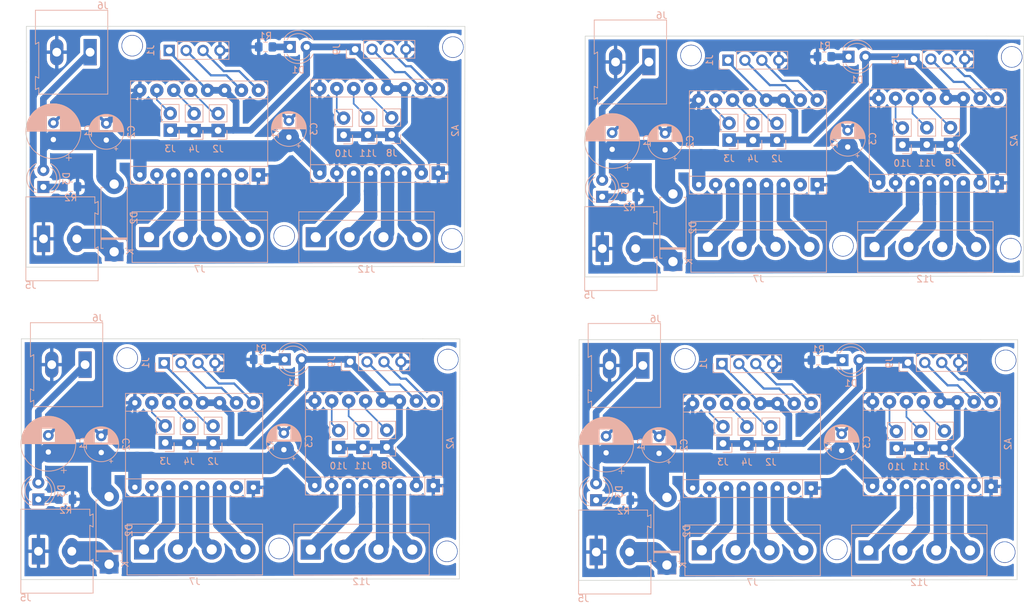
<source format=kicad_pcb>
(kicad_pcb (version 20200829) (generator pcbnew)
  (layers (0 "F.Cu" signal) (31 "B.Cu" signal) (34 "B.Paste" user) (35 "F.Paste" user) (36 "B.SilkS" user) (37 "F.SilkS" user) (38 "B.Mask" user) (39 "F.Mask" user) (44 "Edge.Cuts" user))
  (net 0 "")
  (net 1 "Net-(A1-Pad16)")
  (net 2 "Net-(A1-Pad15)")
  (net 3 "GND")
  (net 4 "+3V3")
  (net 5 "Net-(A1-Pad6)")
  (net 6 "Net-(A1-Pad5)")
  (net 7 "Net-(A1-Pad12)")
  (net 8 "Net-(A1-Pad4)")
  (net 9 "Net-(A1-Pad11)")
  (net 10 "Net-(A1-Pad3)")
  (net 11 "Net-(A1-Pad10)")
  (net 12 "Net-(A2-Pad16)")
  (net 13 "Net-(A2-Pad15)")
  (net 14 "Net-(A2-Pad6)")
  (net 15 "Net-(A2-Pad5)")
  (net 16 "Net-(A2-Pad12)")
  (net 17 "Net-(A2-Pad4)")
  (net 18 "Net-(A2-Pad11)")
  (net 19 "Net-(A2-Pad3)")
  (net 20 "Net-(A2-Pad10)")
  (net 21 "Net-(D1-Pad1)")
  (net 22 "+12V")
  (net 23 "Net-(D3-Pad1)")
  (net 24 "Net-(D2-Pad1)")
  (module "Connector_PinSocket_2.54mm:PinSocket_1x04_P2.54mm_Vertical" (layer "B.Cu") (at 227.86357 75.09 -90)
    (fp_text reference "J9" (at 0 2.77 -90) (layer "B.SilkS") (effects (justify mirror)))
    (fp_text value "Conn_01x04_Male")
    (pad "1" thru_hole rect (at 0 0 270) (size 1.7 1.7) (drill 1) (layers *.Cu *.Mask) (net 4 "+3V3"))
    (pad "2" thru_hole oval (at 0 -2.54 270) (size 1.7 1.7) (drill 1) (layers *.Cu *.Mask) (net 13 "Net-(A2-Pad15)"))
    (pad "3" thru_hole oval (at 0 -5.08 270) (size 1.7 1.7) (drill 1) (layers *.Cu *.Mask) (net 12 "Net-(A2-Pad16)"))
    (pad "4" thru_hole oval (at 0 -7.62 270) (size 1.7 1.7) (drill 1) (layers *.Cu *.Mask) (net 3 "GND"))
  )
  (module "drone_v3:PinSocket_1x02_P2.54mm_Vertical" (layer "B.Cu") (at 203.70357 87.28)
    (fp_text reference "J4" (at 0 2.77) (layer "B.SilkS") (effects (justify mirror)))
    (fp_text value "Conn_01x02_Male")
    (pad "1" thru_hole rect (at 0 0) (size 2 2) (drill 1) (layers *.Cu *.Mask) (net 4 "+3V3"))
    (pad "2" thru_hole oval (at 0 -2.54) (size 2 2) (drill 1) (layers *.Cu *.Mask) (net 9 "Net-(A1-Pad11)"))
  )
  (module "LED_THT:LED_D4.0mm" (layer "B.Cu") (at 135.11714 27.69)
    (fp_text reference "D1" (at 1.27 3.46) (layer "B.SilkS") (effects (justify mirror)))
    (fp_text value "LED")
    (pad "1" thru_hole rect (at 0 0) (size 1.8 1.8) (drill 0.9) (layers *.Cu *.Mask) (net 21 "Net-(D1-Pad1)"))
    (pad "2" thru_hole circle (at 2.54 0) (size 1.8 1.8) (drill 0.9) (layers *.Cu *.Mask) (net 4 "+3V3"))
  )
  (module "drone_v3:PinSocket_1x02_P2.54mm_Vertical" (layer "B.Cu") (at 149.66357 87.78)
    (fp_text reference "J8" (at 0 2.77) (layer "B.SilkS") (effects (justify mirror)))
    (fp_text value "Conn_01x02_Male")
    (pad "1" thru_hole rect (at 0 0) (size 2 2) (drill 1) (layers *.Cu *.Mask) (net 4 "+3V3"))
    (pad "2" thru_hole oval (at 0 -2.54) (size 2 2) (drill 1) (layers *.Cu *.Mask) (net 16 "Net-(A2-Pad12)"))
  )
  (module "Resistor_SMD:R_0805_2012Metric_Pad1.15x1.40mm_HandSolder" (layer "B.Cu") (at 101.49357 95.61)
    (fp_text reference "R2" (at 0 1.65) (layer "B.SilkS") (effects (justify mirror)))
    (fp_text value "R")
    (pad "1" smd roundrect (at -1.025 0) (size 1.15 1.4) (layers "B.Cu" "B.Paste" "B.Mask") (roundrect_rratio 0.217391) (net 23 "Net-(D3-Pad1)"))
    (pad "2" smd roundrect (at 1.025 0) (size 1.15 1.4) (layers "B.Cu" "B.Paste" "B.Mask") (roundrect_rratio 0.217391) (net 3 "GND"))
  )
  (module "Connector_PinSocket_2.54mm:PinSocket_1x04_P2.54mm_Vertical" (layer "B.Cu") (at 228.77357 29.52 -90)
    (fp_text reference "J9" (at 0 2.77 -90) (layer "B.SilkS") (effects (justify mirror)))
    (fp_text value "Conn_01x04_Male")
    (pad "1" thru_hole rect (at 0 0 270) (size 1.7 1.7) (drill 1) (layers *.Cu *.Mask) (net 4 "+3V3"))
    (pad "2" thru_hole oval (at 0 -2.54 270) (size 1.7 1.7) (drill 1) (layers *.Cu *.Mask) (net 13 "Net-(A2-Pad15)"))
    (pad "3" thru_hole oval (at 0 -5.08 270) (size 1.7 1.7) (drill 1) (layers *.Cu *.Mask) (net 12 "Net-(A2-Pad16)"))
    (pad "4" thru_hole oval (at 0 -7.62 270) (size 1.7 1.7) (drill 1) (layers *.Cu *.Mask) (net 3 "GND"))
  )
  (module "TerminalBlock:TerminalBlock_Altech_AK300-2_P5.00mm" (layer "B.Cu") (at 104.40357 75.4 180)
    (fp_text reference "J6" (at -1.92 6.99) (layer "B.SilkS") (effects (justify mirror)))
    (fp_text value "Screw_Terminal_01x02")
    (pad "1" thru_hole rect (at 0 0 180) (size 1.98 3.96) (drill 1.32) (layers *.Cu *.Mask) (net 22 "+12V"))
    (pad "2" thru_hole oval (at 5 0 180) (size 1.98 3.96) (drill 1.32) (layers *.Cu *.Mask) (net 3 "GND"))
  )
  (module "TerminalBlock:TerminalBlock_bornier-4_P5.08mm" (layer "B.Cu") (at 222.86357 57.73)
    (fp_text reference "J12" (at 7.6 4.8 180) (layer "B.SilkS") (effects (justify mirror)))
    (fp_text value "Conn_01x04_Male")
    (pad "1" thru_hole rect (at 0 0) (size 3 3) (drill 1.52) (layers *.Cu *.Mask) (net 14 "Net-(A2-Pad6)"))
    (pad "2" thru_hole circle (at 5.08 0) (size 3 3) (drill 1.52) (layers *.Cu *.Mask) (net 15 "Net-(A2-Pad5)"))
    (pad "3" thru_hole circle (at 10.16 0) (size 3 3) (drill 1.52) (layers *.Cu *.Mask) (net 17 "Net-(A2-Pad4)"))
    (pad "4" thru_hole circle (at 15.24 0) (size 3 3) (drill 1.52) (layers *.Cu *.Mask) (net 19 "Net-(A2-Pad3)"))
  )
  (module "TerminalBlock:TerminalBlock_bornier-4_P5.08mm" (layer "B.Cu") (at 139.01714 56.26)
    (fp_text reference "J12" (at 7.6 4.8 180) (layer "B.SilkS") (effects (justify mirror)))
    (fp_text value "Conn_01x04_Male")
    (pad "1" thru_hole rect (at 0 0) (size 3 3) (drill 1.52) (layers *.Cu *.Mask) (net 14 "Net-(A2-Pad6)"))
    (pad "2" thru_hole circle (at 5.08 0) (size 3 3) (drill 1.52) (layers *.Cu *.Mask) (net 15 "Net-(A2-Pad5)"))
    (pad "3" thru_hole circle (at 10.16 0) (size 3 3) (drill 1.52) (layers *.Cu *.Mask) (net 17 "Net-(A2-Pad4)"))
    (pad "4" thru_hole circle (at 15.24 0) (size 3 3) (drill 1.52) (layers *.Cu *.Mask) (net 19 "Net-(A2-Pad3)"))
  )
  (module "drone_v3:PinSocket_1x02_P2.54mm_Vertical" (layer "B.Cu") (at 150.41714 40.86)
    (fp_text reference "J8" (at 0 2.77) (layer "B.SilkS") (effects (justify mirror)))
    (fp_text value "Conn_01x02_Male")
    (pad "1" thru_hole rect (at 0 0) (size 2 2) (drill 1) (layers *.Cu *.Mask) (net 4 "+3V3"))
    (pad "2" thru_hole oval (at 0 -2.54) (size 2 2) (drill 1) (layers *.Cu *.Mask) (net 16 "Net-(A2-Pad12)"))
  )
  (module "Diode_THT:D_5W_P10.16mm_Horizontal" (layer "B.Cu") (at 191.70357 105.49 90)
    (fp_text reference "D2" (at 5.08 2.97 270) (layer "B.SilkS") (effects (justify mirror)))
    (fp_text value "DIODE")
    (fp_text user "K" (at 0 2.4 270) (layer "B.SilkS") (effects (justify mirror)))
    (pad "1" thru_hole rect (at 0 0 90) (size 2.8 2.8) (drill 1.4) (layers *.Cu *.Mask) (net 24 "Net-(D2-Pad1)"))
    (pad "2" thru_hole oval (at 10.16 0 90) (size 2.8 2.8) (drill 1.4) (layers *.Cu *.Mask) (net 22 "+12V"))
  )
  (module "drone_v3:PinSocket_1x02_P2.54mm_Vertical" (layer "B.Cu") (at 201.03357 41.67)
    (fp_text reference "J3" (at 0 2.77) (layer "B.SilkS") (effects (justify mirror)))
    (fp_text value "Conn_01x02_Male")
    (pad "1" thru_hole rect (at 0 0) (size 2 2) (drill 1) (layers *.Cu *.Mask) (net 4 "+3V3"))
    (pad "2" thru_hole oval (at 0 -2.54) (size 2 2) (drill 1) (layers *.Cu *.Mask) (net 11 "Net-(A1-Pad10)"))
  )
  (module "drone_v3:PinSocket_1x02_P2.54mm_Vertical" (layer "B.Cu") (at 234.26357 42.33)
    (fp_text reference "J8" (at 0 2.77) (layer "B.SilkS") (effects (justify mirror)))
    (fp_text value "Conn_01x02_Male")
    (pad "1" thru_hole rect (at 0 0) (size 2 2) (drill 1) (layers *.Cu *.Mask) (net 4 "+3V3"))
    (pad "2" thru_hole oval (at 0 -2.54) (size 2 2) (drill 1) (layers *.Cu *.Mask) (net 16 "Net-(A2-Pad12)"))
  )
  (module "drone_v3:PinSocket_1x02_P2.54mm_Vertical" (layer "B.Cu") (at 200.12357 87.24)
    (fp_text reference "J3" (at 0 2.77) (layer "B.SilkS") (effects (justify mirror)))
    (fp_text value "Conn_01x02_Male")
    (pad "1" thru_hole rect (at 0 0) (size 2 2) (drill 1) (layers *.Cu *.Mask) (net 4 "+3V3"))
    (pad "2" thru_hole oval (at 0 -2.54) (size 2 2) (drill 1) (layers *.Cu *.Mask) (net 11 "Net-(A1-Pad10)"))
  )
  (module "Connector_PinSocket_2.54mm:PinSocket_1x04_P2.54mm_Vertical" (layer "B.Cu") (at 116.27357 75.14 -90)
    (fp_text reference "J1" (at 0 2.77 -90) (layer "B.SilkS") (effects (justify mirror)))
    (fp_text value "Conn_01x04_Male")
    (pad "1" thru_hole rect (at 0 0 270) (size 1.7 1.7) (drill 1) (layers *.Cu *.Mask) (net 4 "+3V3"))
    (pad "2" thru_hole oval (at 0 -2.54 270) (size 1.7 1.7) (drill 1) (layers *.Cu *.Mask) (net 2 "Net-(A1-Pad15)"))
    (pad "3" thru_hole oval (at 0 -5.08 270) (size 1.7 1.7) (drill 1) (layers *.Cu *.Mask) (net 1 "Net-(A1-Pad16)"))
    (pad "4" thru_hole oval (at 0 -7.62 270) (size 1.7 1.7) (drill 1) (layers *.Cu *.Mask) (net 3 "GND"))
  )
  (module "Module:Pololu_Breakout-16_15.2x20.3mm" (layer "B.Cu") (at 156.65357 93.56 90)
    (fp_text reference "A2" (at 6.35 2.54 270) (layer "B.SilkS") (effects (justify mirror)))
    (fp_text value "Pololu_Breakout_DRV8825")
    (pad "1" thru_hole rect (at 0 0 90) (size 2 2) (drill 0.8) (layers *.Cu *.Mask) (net 3 "GND"))
    (pad "2" thru_hole oval (at 0 -2.54 90) (size 2 2) (drill 0.8) (layers *.Cu *.Mask) (net 4 "+3V3"))
    (pad "3" thru_hole oval (at 0 -5.08 90) (size 2 2) (drill 0.8) (layers *.Cu *.Mask) (net 19 "Net-(A2-Pad3)"))
    (pad "4" thru_hole oval (at 0 -7.62 90) (size 2 2) (drill 0.8) (layers *.Cu *.Mask) (net 17 "Net-(A2-Pad4)"))
    (pad "5" thru_hole oval (at 0 -10.16 90) (size 2 2) (drill 0.8) (layers *.Cu *.Mask) (net 15 "Net-(A2-Pad5)"))
    (pad "6" thru_hole oval (at 0 -12.7 90) (size 2 2) (drill 0.8) (layers *.Cu *.Mask) (net 14 "Net-(A2-Pad6)"))
    (pad "7" thru_hole oval (at 0 -15.24 90) (size 2 2) (drill 0.8) (layers *.Cu *.Mask) (net 3 "GND"))
    (pad "8" thru_hole oval (at 0 -17.78 90) (size 2 2) (drill 0.8) (layers *.Cu *.Mask) (net 22 "+12V"))
    (pad "9" thru_hole oval (at 12.7 -17.78 90) (size 2 2) (drill 0.8) (layers *.Cu *.Mask) (net 3 "GND"))
    (pad "10" thru_hole oval (at 12.7 -15.24 90) (size 2 2) (drill 0.8) (layers *.Cu *.Mask) (net 20 "Net-(A2-Pad10)"))
    (pad "11" thru_hole oval (at 12.7 -12.7 90) (size 2 2) (drill 0.8) (layers *.Cu *.Mask) (net 18 "Net-(A2-Pad11)"))
    (pad "12" thru_hole oval (at 12.7 -10.16 90) (size 2 2) (drill 0.8) (layers *.Cu *.Mask) (net 16 "Net-(A2-Pad12)"))
    (pad "13" thru_hole oval (at 12.7 -7.62 90) (size 2 2) (drill 0.8) (layers *.Cu *.Mask) (net 4 "+3V3"))
    (pad "14" thru_hole oval (at 12.7 -5.08 90) (size 2 2) (drill 0.8) (layers *.Cu *.Mask) (net 4 "+3V3"))
    (pad "15" thru_hole oval (at 12.7 -2.54 90) (size 2 2) (drill 0.8) (layers *.Cu *.Mask) (net 13 "Net-(A2-Pad15)"))
    (pad "16" thru_hole oval (at 12.7 0 90) (size 2 2) (drill 0.8) (layers *.Cu *.Mask) (net 12 "Net-(A2-Pad16)"))
  )
  (module "drone_v3:Pololu_Breakout-16_15.2x20.3mm" (layer "B.Cu") (at 214.25857 48.375 90)
    (fp_text reference "A1" (at 6.35 2.54 270) (layer "B.SilkS") (effects (justify mirror)))
    (fp_text value "Pololu_Breakout_DRV8825")
    (pad "1" thru_hole rect (at 0 0 90) (size 2 2) (drill 0.8) (layers *.Cu *.Mask) (net 3 "GND"))
    (pad "2" thru_hole oval (at 0 -2.54 90) (size 2 2) (drill 0.8) (layers *.Cu *.Mask) (net 4 "+3V3"))
    (pad "3" thru_hole oval (at 0 -5.08 90) (size 2 2) (drill 0.8) (layers *.Cu *.Mask) (net 10 "Net-(A1-Pad3)"))
    (pad "4" thru_hole oval (at 0 -7.62 90) (size 2 2) (drill 0.8) (layers *.Cu *.Mask) (net 8 "Net-(A1-Pad4)"))
    (pad "5" thru_hole oval (at 0 -10.16 90) (size 2 2) (drill 0.8) (layers *.Cu *.Mask) (net 6 "Net-(A1-Pad5)"))
    (pad "6" thru_hole oval (at 0 -12.7 90) (size 2 2) (drill 0.8) (layers *.Cu *.Mask) (net 5 "Net-(A1-Pad6)"))
    (pad "7" thru_hole oval (at 0 -15.24 90) (size 2 2) (drill 0.8) (layers *.Cu *.Mask) (net 3 "GND"))
    (pad "8" thru_hole oval (at 0 -17.78 90) (size 2 2) (drill 0.8) (layers *.Cu *.Mask) (net 22 "+12V"))
    (pad "9" thru_hole oval (at 12.7 -17.78 90) (size 2 2) (drill 0.8) (layers *.Cu *.Mask) (net 3 "GND"))
    (pad "10" thru_hole oval (at 12.7 -15.24 90) (size 2 2) (drill 0.8) (layers *.Cu *.Mask) (net 11 "Net-(A1-Pad10)"))
    (pad "11" thru_hole oval (at 12.7 -12.7 90) (size 2 2) (drill 0.8) (layers *.Cu *.Mask) (net 9 "Net-(A1-Pad11)"))
    (pad "12" thru_hole oval (at 12.7 -10.16 90) (size 2 2) (drill 0.8) (layers *.Cu *.Mask) (net 7 "Net-(A1-Pad12)"))
    (pad "13" thru_hole oval (at 12.7 -7.62 90) (size 2 2) (drill 0.8) (layers *.Cu *.Mask) (net 4 "+3V3"))
    (pad "14" thru_hole oval (at 12.7 -5.08 90) (size 2 2) (drill 0.8) (layers *.Cu *.Mask) (net 4 "+3V3"))
    (pad "15" thru_hole oval (at 12.7 -2.54 90) (size 2 2) (drill 0.8) (layers *.Cu *.Mask) (net 2 "Net-(A1-Pad15)"))
    (pad "16" thru_hole oval (at 12.7 0 90) (size 2 2) (drill 0.8) (layers *.Cu *.Mask) (net 1 "Net-(A1-Pad16)"))
  )
  (module "TerminalBlock:TerminalBlock_Altech_AK300-2_P5.00mm" (layer "B.Cu") (at 97.41357 103.42)
    (fp_text reference "J5" (at -1.92 6.99) (layer "B.SilkS") (effects (justify mirror)))
    (fp_text value "Screw_Terminal_01x02")
    (pad "1" thru_hole rect (at 0 0) (size 1.98 3.96) (drill 1.32) (layers *.Cu *.Mask) (net 3 "GND"))
    (pad "2" thru_hole oval (at 5 0) (size 1.98 3.96) (drill 1.32) (layers *.Cu *.Mask) (net 24 "Net-(D2-Pad1)"))
  )
  (module "Connector_PinSocket_2.54mm:PinSocket_1x04_P2.54mm_Vertical" (layer "B.Cu") (at 144.17357 74.97 -90)
    (fp_text reference "J9" (at 0 2.77 -90) (layer "B.SilkS") (effects (justify mirror)))
    (fp_text value "Conn_01x04_Male")
    (pad "1" thru_hole rect (at 0 0 270) (size 1.7 1.7) (drill 1) (layers *.Cu *.Mask) (net 4 "+3V3"))
    (pad "2" thru_hole oval (at 0 -2.54 270) (size 1.7 1.7) (drill 1) (layers *.Cu *.Mask) (net 13 "Net-(A2-Pad15)"))
    (pad "3" thru_hole oval (at 0 -5.08 270) (size 1.7 1.7) (drill 1) (layers *.Cu *.Mask) (net 12 "Net-(A2-Pad16)"))
    (pad "4" thru_hole oval (at 0 -7.62 270) (size 1.7 1.7) (drill 1) (layers *.Cu *.Mask) (net 3 "GND"))
  )
  (module "TerminalBlock:TerminalBlock_bornier-4_P5.08mm" (layer "B.Cu") (at 221.95357 103.3)
    (fp_text reference "J12" (at 7.6 4.8 180) (layer "B.SilkS") (effects (justify mirror)))
    (fp_text value "Conn_01x04_Male")
    (pad "1" thru_hole rect (at 0 0) (size 3 3) (drill 1.52) (layers *.Cu *.Mask) (net 14 "Net-(A2-Pad6)"))
    (pad "2" thru_hole circle (at 5.08 0) (size 3 3) (drill 1.52) (layers *.Cu *.Mask) (net 15 "Net-(A2-Pad5)"))
    (pad "3" thru_hole circle (at 10.16 0) (size 3 3) (drill 1.52) (layers *.Cu *.Mask) (net 17 "Net-(A2-Pad4)"))
    (pad "4" thru_hole circle (at 15.24 0) (size 3 3) (drill 1.52) (layers *.Cu *.Mask) (net 19 "Net-(A2-Pad3)"))
  )
  (module "LED_THT:LED_D4.0mm" (layer "B.Cu") (at 134.36357 74.61)
    (fp_text reference "D1" (at 1.27 3.46) (layer "B.SilkS") (effects (justify mirror)))
    (fp_text value "LED")
    (pad "1" thru_hole rect (at 0 0) (size 1.8 1.8) (drill 0.9) (layers *.Cu *.Mask) (net 21 "Net-(D1-Pad1)"))
    (pad "2" thru_hole circle (at 2.54 0) (size 1.8 1.8) (drill 0.9) (layers *.Cu *.Mask) (net 4 "+3V3"))
  )
  (module "Capacitor_THT:CP_Radial_D5.0mm_P2.50mm" (layer "B.Cu") (at 134.98714 41.25 90)
    (fp_text reference "C3" (at 1.25 3.75 270) (layer "B.SilkS") (effects (justify mirror)))
    (fp_text value "CP")
    (pad "1" thru_hole rect (at 0 0 90) (size 1.6 1.6) (drill 0.8) (layers *.Cu *.Mask) (net 22 "+12V"))
    (pad "2" thru_hole circle (at 2.5 0 90) (size 1.6 1.6) (drill 0.8) (layers *.Cu *.Mask) (net 3 "GND"))
  )
  (module "Capacitor_THT:CP_Radial_D5.0mm_P2.50mm" (layer "B.Cu") (at 106.83357 88.6 90)
    (fp_text reference "C2" (at 1.25 3.75 270) (layer "B.SilkS") (effects (justify mirror)))
    (fp_text value "CP")
    (pad "1" thru_hole rect (at 0 0 90) (size 1.6 1.6) (drill 0.8) (layers *.Cu *.Mask) (net 22 "+12V"))
    (pad "2" thru_hole circle (at 2.5 0 90) (size 1.6 1.6) (drill 0.8) (layers *.Cu *.Mask) (net 3 "GND"))
  )
  (module "Connector_PinSocket_2.54mm:PinSocket_1x04_P2.54mm_Vertical" (layer "B.Cu") (at 144.92714 28.05 -90)
    (fp_text reference "J9" (at 0 2.77 -90) (layer "B.SilkS") (effects (justify mirror)))
    (fp_text value "Conn_01x04_Male")
    (pad "1" thru_hole rect (at 0 0 270) (size 1.7 1.7) (drill 1) (layers *.Cu *.Mask) (net 4 "+3V3"))
    (pad "2" thru_hole oval (at 0 -2.54 270) (size 1.7 1.7) (drill 1) (layers *.Cu *.Mask) (net 13 "Net-(A2-Pad15)"))
    (pad "3" thru_hole oval (at 0 -5.08 270) (size 1.7 1.7) (drill 1) (layers *.Cu *.Mask) (net 12 "Net-(A2-Pad16)"))
    (pad "4" thru_hole oval (at 0 -7.62 270) (size 1.7 1.7) (drill 1) (layers *.Cu *.Mask) (net 3 "GND"))
  )
  (module "drone_v3:PinSocket_1x02_P2.54mm_Vertical" (layer "B.Cu") (at 143.19714 40.92)
    (fp_text reference "J10" (at 0 2.77) (layer "B.SilkS") (effects (justify mirror)))
    (fp_text value "Conn_01x02_Male")
    (pad "1" thru_hole rect (at 0 0) (size 2 2) (drill 1) (layers *.Cu *.Mask) (net 4 "+3V3"))
    (pad "2" thru_hole oval (at 0 -2.54) (size 2 2) (drill 1) (layers *.Cu *.Mask) (net 20 "Net-(A2-Pad10)"))
  )
  (module "Resistor_SMD:R_0805_2012Metric_Pad1.15x1.40mm_HandSolder" (layer "B.Cu") (at 131.48214 27.69 180)
    (fp_text reference "R1" (at 0 1.65) (layer "B.SilkS") (effects (justify mirror)))
    (fp_text value "R")
    (pad "1" smd roundrect (at -1.025 0 180) (size 1.15 1.4) (layers "B.Cu" "B.Paste" "B.Mask") (roundrect_rratio 0.217391) (net 21 "Net-(D1-Pad1)"))
    (pad "2" smd roundrect (at 1.025 0 180) (size 1.15 1.4) (layers "B.Cu" "B.Paste" "B.Mask") (roundrect_rratio 0.217391) (net 3 "GND"))
  )
  (module "Resistor_SMD:R_0805_2012Metric_Pad1.15x1.40mm_HandSolder" (layer "B.Cu") (at 102.24714 48.69)
    (fp_text reference "R2" (at 0 1.65) (layer "B.SilkS") (effects (justify mirror)))
    (fp_text value "R")
    (pad "1" smd roundrect (at -1.025 0) (size 1.15 1.4) (layers "B.Cu" "B.Paste" "B.Mask") (roundrect_rratio 0.217391) (net 23 "Net-(D3-Pad1)"))
    (pad "2" smd roundrect (at 1.025 0) (size 1.15 1.4) (layers "B.Cu" "B.Paste" "B.Mask") (roundrect_rratio 0.217391) (net 3 "GND"))
  )
  (module "drone_v3:PinSocket_1x02_P2.54mm_Vertical" (layer "B.Cu") (at 146.84714 40.89)
    (fp_text reference "J11" (at 0 2.77) (layer "B.SilkS") (effects (justify mirror)))
    (fp_text value "Conn_01x02_Male")
    (pad "1" thru_hole rect (at 0 0) (size 2 2) (drill 1) (layers *.Cu *.Mask) (net 4 "+3V3"))
    (pad "2" thru_hole oval (at 0 -2.54) (size 2 2) (drill 1) (layers *.Cu *.Mask) (net 18 "Net-(A2-Pad11)"))
  )
  (module "Capacitor_THT:CP_Radial_D8.0mm_P2.50mm" (layer "B.Cu") (at 182.58357 88.64 90)
    (fp_text reference "C1" (at 1.25 5.25 270) (layer "B.SilkS") (effects (justify mirror)))
    (fp_text value "CP")
    (pad "1" thru_hole rect (at 0 0 90) (size 1.6 1.6) (drill 0.8) (layers *.Cu *.Mask) (net 22 "+12V"))
    (pad "2" thru_hole circle (at 2.5 0 90) (size 1.6 1.6) (drill 0.8) (layers *.Cu *.Mask) (net 3 "GND"))
  )
  (module "LED_THT:LED_D4.0mm" (layer "B.Cu") (at 181.99357 50.19 90)
    (fp_text reference "D3" (at 1.27 3.46 270) (layer "B.SilkS") (effects (justify mirror)))
    (fp_text value "LED")
    (pad "1" thru_hole rect (at 0 0 90) (size 1.8 1.8) (drill 0.9) (layers *.Cu *.Mask) (net 23 "Net-(D3-Pad1)"))
    (pad "2" thru_hole circle (at 2.54 0 90) (size 1.8 1.8) (drill 0.9) (layers *.Cu *.Mask) (net 22 "+12V"))
  )
  (module "TerminalBlock:TerminalBlock_bornier-4_P5.08mm" (layer "B.Cu") (at 113.25357 103.16)
    (fp_text reference "J7" (at 7.6 4.8 180) (layer "B.SilkS") (effects (justify mirror)))
    (fp_text value "Conn_01x04_Male")
    (pad "1" thru_hole rect (at 0 0) (size 3 3) (drill 1.52) (layers *.Cu *.Mask) (net 5 "Net-(A1-Pad6)"))
    (pad "2" thru_hole circle (at 5.08 0) (size 3 3) (drill 1.52) (layers *.Cu *.Mask) (net 6 "Net-(A1-Pad5)"))
    (pad "3" thru_hole circle (at 10.16 0) (size 3 3) (drill 1.52) (layers *.Cu *.Mask) (net 8 "Net-(A1-Pad4)"))
    (pad "4" thru_hole circle (at 15.24 0) (size 3 3) (drill 1.52) (layers *.Cu *.Mask) (net 10 "Net-(A1-Pad3)"))
  )
  (module "Connector_PinSocket_2.54mm:PinSocket_1x02_P2.54mm_Vertical" (layer "B.Cu") (at 208.21357 41.7)
    (fp_text reference "J2" (at 0 2.77) (layer "B.SilkS") (effects (justify mirror)))
    (fp_text value "Conn_01x02_Male")
    (pad "1" thru_hole rect (at 0 0) (size 2 2) (drill 1) (layers *.Cu *.Mask) (net 4 "+3V3"))
    (pad "2" thru_hole oval (at 0 -2.54) (size 2 2) (drill 1) (layers *.Cu *.Mask) (net 7 "Net-(A1-Pad12)"))
  )
  (module "drone_v3:PinSocket_1x02_P2.54mm_Vertical" (layer "B.Cu") (at 226.13357 87.96)
    (fp_text reference "J10" (at 0 2.77) (layer "B.SilkS") (effects (justify mirror)))
    (fp_text value "Conn_01x02_Male")
    (pad "1" thru_hole rect (at 0 0) (size 2 2) (drill 1) (layers *.Cu *.Mask) (net 4 "+3V3"))
    (pad "2" thru_hole oval (at 0 -2.54) (size 2 2) (drill 1) (layers *.Cu *.Mask) (net 20 "Net-(A2-Pad10)"))
  )
  (module "TerminalBlock:TerminalBlock_bornier-4_P5.08mm" (layer "B.Cu") (at 138.26357 103.18)
    (fp_text reference "J12" (at 7.6 4.8 180) (layer "B.SilkS") (effects (justify mirror)))
    (fp_text value "Conn_01x04_Male")
    (pad "1" thru_hole rect (at 0 0) (size 3 3) (drill 1.52) (layers *.Cu *.Mask) (net 14 "Net-(A2-Pad6)"))
    (pad "2" thru_hole circle (at 5.08 0) (size 3 3) (drill 1.52) (layers *.Cu *.Mask) (net 15 "Net-(A2-Pad5)"))
    (pad "3" thru_hole circle (at 10.16 0) (size 3 3) (drill 1.52) (layers *.Cu *.Mask) (net 17 "Net-(A2-Pad4)"))
    (pad "4" thru_hole circle (at 15.24 0) (size 3 3) (drill 1.52) (layers *.Cu *.Mask) (net 19 "Net-(A2-Pad3)"))
  )
  (module "Connector_PinSocket_2.54mm:PinSocket_1x02_P2.54mm_Vertical" (layer "B.Cu") (at 207.30357 87.27)
    (fp_text reference "J2" (at 0 2.77) (layer "B.SilkS") (effects (justify mirror)))
    (fp_text value "Conn_01x02_Male")
    (pad "1" thru_hole rect (at 0 0) (size 2 2) (drill 1) (layers *.Cu *.Mask) (net 4 "+3V3"))
    (pad "2" thru_hole oval (at 0 -2.54) (size 2 2) (drill 1) (layers *.Cu *.Mask) (net 7 "Net-(A1-Pad12)"))
  )
  (module "Capacitor_THT:CP_Radial_D8.0mm_P2.50mm" (layer "B.Cu") (at 183.49357 43.07 90)
    (fp_text reference "C1" (at 1.25 5.25 270) (layer "B.SilkS") (effects (justify mirror)))
    (fp_text value "CP")
    (pad "1" thru_hole rect (at 0 0 90) (size 1.6 1.6) (drill 0.8) (layers *.Cu *.Mask) (net 22 "+12V"))
    (pad "2" thru_hole circle (at 2.5 0 90) (size 1.6 1.6) (drill 0.8) (layers *.Cu *.Mask) (net 3 "GND"))
  )
  (module "Connector_PinSocket_2.54mm:PinSocket_1x04_P2.54mm_Vertical" (layer "B.Cu") (at 199.96357 75.26 -90)
    (fp_text reference "J1" (at 0 2.77 -90) (layer "B.SilkS") (effects (justify mirror)))
    (fp_text value "Conn_01x04_Male")
    (pad "1" thru_hole rect (at 0 0 270) (size 1.7 1.7) (drill 1) (layers *.Cu *.Mask) (net 4 "+3V3"))
    (pad "2" thru_hole oval (at 0 -2.54 270) (size 1.7 1.7) (drill 1) (layers *.Cu *.Mask) (net 2 "Net-(A1-Pad15)"))
    (pad "3" thru_hole oval (at 0 -5.08 270) (size 1.7 1.7) (drill 1) (layers *.Cu *.Mask) (net 1 "Net-(A1-Pad16)"))
    (pad "4" thru_hole oval (at 0 -7.62 270) (size 1.7 1.7) (drill 1) (layers *.Cu *.Mask) (net 3 "GND"))
  )
  (module "drone_v3:PinSocket_1x02_P2.54mm_Vertical" (layer "B.Cu") (at 227.04357 42.39)
    (fp_text reference "J10" (at 0 2.77) (layer "B.SilkS") (effects (justify mirror)))
    (fp_text value "Conn_01x02_Male")
    (pad "1" thru_hole rect (at 0 0) (size 2 2) (drill 1) (layers *.Cu *.Mask) (net 4 "+3V3"))
    (pad "2" thru_hole oval (at 0 -2.54) (size 2 2) (drill 1) (layers *.Cu *.Mask) (net 20 "Net-(A2-Pad10)"))
  )
  (module "Capacitor_THT:CP_Radial_D5.0mm_P2.50mm" (layer "B.Cu") (at 190.52357 88.72 90)
    (fp_text reference "C2" (at 1.25 3.75 270) (layer "B.SilkS") (effects (justify mirror)))
    (fp_text value "CP")
    (pad "1" thru_hole rect (at 0 0 90) (size 1.6 1.6) (drill 0.8) (layers *.Cu *.Mask) (net 22 "+12V"))
    (pad "2" thru_hole circle (at 2.5 0 90) (size 1.6 1.6) (drill 0.8) (layers *.Cu *.Mask) (net 3 "GND"))
  )
  (module "Resistor_SMD:R_0805_2012Metric_Pad1.15x1.40mm_HandSolder" (layer "B.Cu") (at 185.18357 95.73)
    (fp_text reference "R2" (at 0 1.65) (layer "B.SilkS") (effects (justify mirror)))
    (fp_text value "R")
    (pad "1" smd roundrect (at -1.025 0) (size 1.15 1.4) (layers "B.Cu" "B.Paste" "B.Mask") (roundrect_rratio 0.217391) (net 23 "Net-(D3-Pad1)"))
    (pad "2" smd roundrect (at 1.025 0) (size 1.15 1.4) (layers "B.Cu" "B.Paste" "B.Mask") (roundrect_rratio 0.217391) (net 3 "GND"))
  )
  (module "LED_THT:LED_D4.0mm" (layer "B.Cu") (at 97.39357 95.64 90)
    (fp_text reference "D3" (at 1.27 3.46 270) (layer "B.SilkS") (effects (justify mirror)))
    (fp_text value "LED")
    (pad "1" thru_hole rect (at 0 0 90) (size 1.8 1.8) (drill 0.9) (layers *.Cu *.Mask) (net 23 "Net-(D3-Pad1)"))
    (pad "2" thru_hole circle (at 2.54 0 90) (size 1.8 1.8) (drill 0.9) (layers *.Cu *.Mask) (net 22 "+12V"))
  )
  (module "Resistor_SMD:R_0805_2012Metric_Pad1.15x1.40mm_HandSolder" (layer "B.Cu") (at 215.32857 29.16 180)
    (fp_text reference "R1" (at 0 1.65) (layer "B.SilkS") (effects (justify mirror)))
    (fp_text value "R")
    (pad "1" smd roundrect (at -1.025 0 180) (size 1.15 1.4) (layers "B.Cu" "B.Paste" "B.Mask") (roundrect_rratio 0.217391) (net 21 "Net-(D1-Pad1)"))
    (pad "2" smd roundrect (at 1.025 0 180) (size 1.15 1.4) (layers "B.Cu" "B.Paste" "B.Mask") (roundrect_rratio 0.217391) (net 3 "GND"))
  )
  (module "Connector_PinSocket_2.54mm:PinSocket_1x02_P2.54mm_Vertical" (layer "B.Cu") (at 123.61357 87.15)
    (fp_text reference "J2" (at 0 2.77) (layer "B.SilkS") (effects (justify mirror)))
    (fp_text value "Conn_01x02_Male")
    (pad "1" thru_hole rect (at 0 0) (size 2 2) (drill 1) (layers *.Cu *.Mask) (net 4 "+3V3"))
    (pad "2" thru_hole oval (at 0 -2.54) (size 2 2) (drill 1) (layers *.Cu *.Mask) (net 7 "Net-(A1-Pad12)"))
  )
  (module "LED_THT:LED_D4.0mm" (layer "B.Cu") (at 98.14714 48.72 90)
    (fp_text reference "D3" (at 1.27 3.46 270) (layer "B.SilkS") (effects (justify mirror)))
    (fp_text value "LED")
    (pad "1" thru_hole rect (at 0 0 90) (size 1.8 1.8) (drill 0.9) (layers *.Cu *.Mask) (net 23 "Net-(D3-Pad1)"))
    (pad "2" thru_hole circle (at 2.54 0 90) (size 1.8 1.8) (drill 0.9) (layers *.Cu *.Mask) (net 22 "+12V"))
  )
  (module "Resistor_SMD:R_0805_2012Metric_Pad1.15x1.40mm_HandSolder" (layer "B.Cu") (at 130.72857 74.61 180)
    (fp_text reference "R1" (at 0 1.65) (layer "B.SilkS") (effects (justify mirror)))
    (fp_text value "R")
    (pad "1" smd roundrect (at -1.025 0 180) (size 1.15 1.4) (layers "B.Cu" "B.Paste" "B.Mask") (roundrect_rratio 0.217391) (net 21 "Net-(D1-Pad1)"))
    (pad "2" smd roundrect (at 1.025 0 180) (size 1.15 1.4) (layers "B.Cu" "B.Paste" "B.Mask") (roundrect_rratio 0.217391) (net 3 "GND"))
  )
  (module "drone_v3:Pololu_Breakout-16_15.2x20.3mm" (layer "B.Cu") (at 130.41214 46.905 90)
    (fp_text reference "A1" (at 6.35 2.54 270) (layer "B.SilkS") (effects (justify mirror)))
    (fp_text value "Pololu_Breakout_DRV8825")
    (pad "1" thru_hole rect (at 0 0 90) (size 2 2) (drill 0.8) (layers *.Cu *.Mask) (net 3 "GND"))
    (pad "2" thru_hole oval (at 0 -2.54 90) (size 2 2) (drill 0.8) (layers *.Cu *.Mask) (net 4 "+3V3"))
    (pad "3" thru_hole oval (at 0 -5.08 90) (size 2 2) (drill 0.8) (layers *.Cu *.Mask) (net 10 "Net-(A1-Pad3)"))
    (pad "4" thru_hole oval (at 0 -7.62 90) (size 2 2) (drill 0.8) (layers *.Cu *.Mask) (net 8 "Net-(A1-Pad4)"))
    (pad "5" thru_hole oval (at 0 -10.16 90) (size 2 2) (drill 0.8) (layers *.Cu *.Mask) (net 6 "Net-(A1-Pad5)"))
    (pad "6" thru_hole oval (at 0 -12.7 90) (size 2 2) (drill 0.8) (layers *.Cu *.Mask) (net 5 "Net-(A1-Pad6)"))
    (pad "7" thru_hole oval (at 0 -15.24 90) (size 2 2) (drill 0.8) (layers *.Cu *.Mask) (net 3 "GND"))
    (pad "8" thru_hole oval (at 0 -17.78 90) (size 2 2) (drill 0.8) (layers *.Cu *.Mask) (net 22 "+12V"))
    (pad "9" thru_hole oval (at 12.7 -17.78 90) (size 2 2) (drill 0.8) (layers *.Cu *.Mask) (net 3 "GND"))
    (pad "10" thru_hole oval (at 12.7 -15.24 90) (size 2 2) (drill 0.8) (layers *.Cu *.Mask) (net 11 "Net-(A1-Pad10)"))
    (pad "11" thru_hole oval (at 12.7 -12.7 90) (size 2 2) (drill 0.8) (layers *.Cu *.Mask) (net 9 "Net-(A1-Pad11)"))
    (pad "12" thru_hole oval (at 12.7 -10.16 90) (size 2 2) (drill 0.8) (layers *.Cu *.Mask) (net 7 "Net-(A1-Pad12)"))
    (pad "13" thru_hole oval (at 12.7 -7.62 90) (size 2 2) (drill 0.8) (layers *.Cu *.Mask) (net 4 "+3V3"))
    (pad "14" thru_hole oval (at 12.7 -5.08 90) (size 2 2) (drill 0.8) (layers *.Cu *.Mask) (net 4 "+3V3"))
    (pad "15" thru_hole oval (at 12.7 -2.54 90) (size 2 2) (drill 0.8) (layers *.Cu *.Mask) (net 2 "Net-(A1-Pad15)"))
    (pad "16" thru_hole oval (at 12.7 0 90) (size 2 2) (drill 0.8) (layers *.Cu *.Mask) (net 1 "Net-(A1-Pad16)"))
  )
  (module "Capacitor_THT:CP_Radial_D5.0mm_P2.50mm" (layer "B.Cu") (at 217.92357 88.29 90)
    (fp_text reference "C3" (at 1.25 3.75 270) (layer "B.SilkS") (effects (justify mirror)))
    (fp_text value "CP")
    (pad "1" thru_hole rect (at 0 0 90) (size 1.6 1.6) (drill 0.8) (layers *.Cu *.Mask) (net 22 "+12V"))
    (pad "2" thru_hole circle (at 2.5 0 90) (size 1.6 1.6) (drill 0.8) (layers *.Cu *.Mask) (net 3 "GND"))
  )
  (module "Capacitor_THT:CP_Radial_D5.0mm_P2.50mm" (layer "B.Cu") (at 134.23357 88.17 90)
    (fp_text reference "C3" (at 1.25 3.75 270) (layer "B.SilkS") (effects (justify mirror)))
    (fp_text value "CP")
    (pad "1" thru_hole rect (at 0 0 90) (size 1.6 1.6) (drill 0.8) (layers *.Cu *.Mask) (net 22 "+12V"))
    (pad "2" thru_hole circle (at 2.5 0 90) (size 1.6 1.6) (drill 0.8) (layers *.Cu *.Mask) (net 3 "GND"))
  )
  (module "drone_v3:Pololu_Breakout-16_15.2x20.3mm" (layer "B.Cu") (at 213.34857 93.945 90)
    (fp_text reference "A1" (at 6.35 2.54 270) (layer "B.SilkS") (effects (justify mirror)))
    (fp_text value "Pololu_Breakout_DRV8825")
    (pad "1" thru_hole rect (at 0 0 90) (size 2 2) (drill 0.8) (layers *.Cu *.Mask) (net 3 "GND"))
    (pad "2" thru_hole oval (at 0 -2.54 90) (size 2 2) (drill 0.8) (layers *.Cu *.Mask) (net 4 "+3V3"))
    (pad "3" thru_hole oval (at 0 -5.08 90) (size 2 2) (drill 0.8) (layers *.Cu *.Mask) (net 10 "Net-(A1-Pad3)"))
    (pad "4" thru_hole oval (at 0 -7.62 90) (size 2 2) (drill 0.8) (layers *.Cu *.Mask) (net 8 "Net-(A1-Pad4)"))
    (pad "5" thru_hole oval (at 0 -10.16 90) (size 2 2) (drill 0.8) (layers *.Cu *.Mask) (net 6 "Net-(A1-Pad5)"))
    (pad "6" thru_hole oval (at 0 -12.7 90) (size 2 2) (drill 0.8) (layers *.Cu *.Mask) (net 5 "Net-(A1-Pad6)"))
    (pad "7" thru_hole oval (at 0 -15.24 90) (size 2 2) (drill 0.8) (layers *.Cu *.Mask) (net 3 "GND"))
    (pad "8" thru_hole oval (at 0 -17.78 90) (size 2 2) (drill 0.8) (layers *.Cu *.Mask) (net 22 "+12V"))
    (pad "9" thru_hole oval (at 12.7 -17.78 90) (size 2 2) (drill 0.8) (layers *.Cu *.Mask) (net 3 "GND"))
    (pad "10" thru_hole oval (at 12.7 -15.24 90) (size 2 2) (drill 0.8) (layers *.Cu *.Mask) (net 11 "Net-(A1-Pad10)"))
    (pad "11" thru_hole oval (at 12.7 -12.7 90) (size 2 2) (drill 0.8) (layers *.Cu *.Mask) (net 9 "Net-(A1-Pad11)"))
    (pad "12" thru_hole oval (at 12.7 -10.16 90) (size 2 2) (drill 0.8) (layers *.Cu *.Mask) (net 7 "Net-(A1-Pad12)"))
    (pad "13" thru_hole oval (at 12.7 -7.62 90) (size 2 2) (drill 0.8) (layers *.Cu *.Mask) (net 4 "+3V3"))
    (pad "14" thru_hole oval (at 12.7 -5.08 90) (size 2 2) (drill 0.8) (layers *.Cu *.Mask) (net 4 "+3V3"))
    (pad "15" thru_hole oval (at 12.7 -2.54 90) (size 2 2) (drill 0.8) (layers *.Cu *.Mask) (net 2 "Net-(A1-Pad15)"))
    (pad "16" thru_hole oval (at 12.7 0 90) (size 2 2) (drill 0.8) (layers *.Cu *.Mask) (net 1 "Net-(A1-Pad16)"))
  )
  (module "Diode_THT:D_5W_P10.16mm_Horizontal" (layer "B.Cu") (at 108.01357 105.37 90)
    (fp_text reference "D2" (at 5.08 2.97 270) (layer "B.SilkS") (effects (justify mirror)))
    (fp_text value "DIODE")
    (fp_text user "K" (at 0 2.4 270) (layer "B.SilkS") (effects (justify mirror)))
    (pad "1" thru_hole rect (at 0 0 90) (size 2.8 2.8) (drill 1.4) (layers *.Cu *.Mask) (net 24 "Net-(D2-Pad1)"))
    (pad "2" thru_hole oval (at 10.16 0 90) (size 2.8 2.8) (drill 1.4) (layers *.Cu *.Mask) (net 22 "+12V"))
  )
  (module "TerminalBlock:TerminalBlock_Altech_AK300-2_P5.00mm" (layer "B.Cu") (at 182.01357 57.97)
    (fp_text reference "J5" (at -1.92 6.99) (layer "B.SilkS") (effects (justify mirror)))
    (fp_text value "Screw_Terminal_01x02")
    (pad "1" thru_hole rect (at 0 0) (size 1.98 3.96) (drill 1.32) (layers *.Cu *.Mask) (net 3 "GND"))
    (pad "2" thru_hole oval (at 5 0) (size 1.98 3.96) (drill 1.32) (layers *.Cu *.Mask) (net 24 "Net-(D2-Pad1)"))
  )
  (module "Connector_PinSocket_2.54mm:PinSocket_1x04_P2.54mm_Vertical" (layer "B.Cu") (at 117.02714 28.22 -90)
    (fp_text reference "J1" (at 0 2.77 -90) (layer "B.SilkS") (effects (justify mirror)))
    (fp_text value "Conn_01x04_Male")
    (pad "1" thru_hole rect (at 0 0 270) (size 1.7 1.7) (drill 1) (layers *.Cu *.Mask) (net 4 "+3V3"))
    (pad "2" thru_hole oval (at 0 -2.54 270) (size 1.7 1.7) (drill 1) (layers *.Cu *.Mask) (net 2 "Net-(A1-Pad15)"))
    (pad "3" thru_hole oval (at 0 -5.08 270) (size 1.7 1.7) (drill 1) (layers *.Cu *.Mask) (net 1 "Net-(A1-Pad16)"))
    (pad "4" thru_hole oval (at 0 -7.62 270) (size 1.7 1.7) (drill 1) (layers *.Cu *.Mask) (net 3 "GND"))
  )
  (module "drone_v3:PinSocket_1x02_P2.54mm_Vertical" (layer "B.Cu") (at 120.01357 87.16)
    (fp_text reference "J4" (at 0 2.77) (layer "B.SilkS") (effects (justify mirror)))
    (fp_text value "Conn_01x02_Male")
    (pad "1" thru_hole rect (at 0 0) (size 2 2) (drill 1) (layers *.Cu *.Mask) (net 4 "+3V3"))
    (pad "2" thru_hole oval (at 0 -2.54) (size 2 2) (drill 1) (layers *.Cu *.Mask) (net 9 "Net-(A1-Pad11)"))
  )
  (module "TerminalBlock:TerminalBlock_Altech_AK300-2_P5.00mm" (layer "B.Cu") (at 189.00357 29.95 180)
    (fp_text reference "J6" (at -1.92 6.99) (layer "B.SilkS") (effects (justify mirror)))
    (fp_text value "Screw_Terminal_01x02")
    (pad "1" thru_hole rect (at 0 0 180) (size 1.98 3.96) (drill 1.32) (layers *.Cu *.Mask) (net 22 "+12V"))
    (pad "2" thru_hole oval (at 5 0 180) (size 1.98 3.96) (drill 1.32) (layers *.Cu *.Mask) (net 3 "GND"))
  )
  (module "Diode_THT:D_5W_P10.16mm_Horizontal" (layer "B.Cu") (at 108.76714 58.45 90)
    (fp_text reference "D2" (at 5.08 2.97 270) (layer "B.SilkS") (effects (justify mirror)))
    (fp_text value "DIODE")
    (fp_text user "K" (at 0 2.4 270) (layer "B.SilkS") (effects (justify mirror)))
    (pad "1" thru_hole rect (at 0 0 90) (size 2.8 2.8) (drill 1.4) (layers *.Cu *.Mask) (net 24 "Net-(D2-Pad1)"))
    (pad "2" thru_hole oval (at 10.16 0 90) (size 2.8 2.8) (drill 1.4) (layers *.Cu *.Mask) (net 22 "+12V"))
  )
  (module "TerminalBlock:TerminalBlock_bornier-4_P5.08mm" (layer "B.Cu") (at 197.85357 57.71)
    (fp_text reference "J7" (at 7.6 4.8 180) (layer "B.SilkS") (effects (justify mirror)))
    (fp_text value "Conn_01x04_Male")
    (pad "1" thru_hole rect (at 0 0) (size 3 3) (drill 1.52) (layers *.Cu *.Mask) (net 5 "Net-(A1-Pad6)"))
    (pad "2" thru_hole circle (at 5.08 0) (size 3 3) (drill 1.52) (layers *.Cu *.Mask) (net 6 "Net-(A1-Pad5)"))
    (pad "3" thru_hole circle (at 10.16 0) (size 3 3) (drill 1.52) (layers *.Cu *.Mask) (net 8 "Net-(A1-Pad4)"))
    (pad "4" thru_hole circle (at 15.24 0) (size 3 3) (drill 1.52) (layers *.Cu *.Mask) (net 10 "Net-(A1-Pad3)"))
  )
  (module "Resistor_SMD:R_0805_2012Metric_Pad1.15x1.40mm_HandSolder" (layer "B.Cu") (at 214.41857 74.73 180)
    (fp_text reference "R1" (at 0 1.65) (layer "B.SilkS") (effects (justify mirror)))
    (fp_text value "R")
    (pad "1" smd roundrect (at -1.025 0 180) (size 1.15 1.4) (layers "B.Cu" "B.Paste" "B.Mask") (roundrect_rratio 0.217391) (net 21 "Net-(D1-Pad1)"))
    (pad "2" smd roundrect (at 1.025 0 180) (size 1.15 1.4) (layers "B.Cu" "B.Paste" "B.Mask") (roundrect_rratio 0.217391) (net 3 "GND"))
  )
  (module "drone_v3:Pololu_Breakout-16_15.2x20.3mm" (layer "B.Cu") (at 129.65857 93.825 90)
    (fp_text reference "A1" (at 6.35 2.54 270) (layer "B.SilkS") (effects (justify mirror)))
    (fp_text value "Pololu_Breakout_DRV8825")
    (pad "1" thru_hole rect (at 0 0 90) (size 2 2) (drill 0.8) (layers *.Cu *.Mask) (net 3 "GND"))
    (pad "2" thru_hole oval (at 0 -2.54 90) (size 2 2) (drill 0.8) (layers *.Cu *.Mask) (net 4 "+3V3"))
    (pad "3" thru_hole oval (at 0 -5.08 90) (size 2 2) (drill 0.8) (layers *.Cu *.Mask) (net 10 "Net-(A1-Pad3)"))
    (pad "4" thru_hole oval (at 0 -7.62 90) (size 2 2) (drill 0.8) (layers *.Cu *.Mask) (net 8 "Net-(A1-Pad4)"))
    (pad "5" thru_hole oval (at 0 -10.16 90) (size 2 2) (drill 0.8) (layers *.Cu *.Mask) (net 6 "Net-(A1-Pad5)"))
    (pad "6" thru_hole oval (at 0 -12.7 90) (size 2 2) (drill 0.8) (layers *.Cu *.Mask) (net 5 "Net-(A1-Pad6)"))
    (pad "7" thru_hole oval (at 0 -15.24 90) (size 2 2) (drill 0.8) (layers *.Cu *.Mask) (net 3 "GND"))
    (pad "8" thru_hole oval (at 0 -17.78 90) (size 2 2) (drill 0.8) (layers *.Cu *.Mask) (net 22 "+12V"))
    (pad "9" thru_hole oval (at 12.7 -17.78 90) (size 2 2) (drill 0.8) (layers *.Cu *.Mask) (net 3 "GND"))
    (pad "10" thru_hole oval (at 12.7 -15.24 90) (size 2 2) (drill 0.8) (layers *.Cu *.Mask) (net 11 "Net-(A1-Pad10)"))
    (pad "11" thru_hole oval (at 12.7 -12.7 90) (size 2 2) (drill 0.8) (layers *.Cu *.Mask) (net 9 "Net-(A1-Pad11)"))
    (pad "12" thru_hole oval (at 12.7 -10.16 90) (size 2 2) (drill 0.8) (layers *.Cu *.Mask) (net 7 "Net-(A1-Pad12)"))
    (pad "13" thru_hole oval (at 12.7 -7.62 90) (size 2 2) (drill 0.8) (layers *.Cu *.Mask) (net 4 "+3V3"))
    (pad "14" thru_hole oval (at 12.7 -5.08 90) (size 2 2) (drill 0.8) (layers *.Cu *.Mask) (net 4 "+3V3"))
    (pad "15" thru_hole oval (at 12.7 -2.54 90) (size 2 2) (drill 0.8) (layers *.Cu *.Mask) (net 2 "Net-(A1-Pad15)"))
    (pad "16" thru_hole oval (at 12.7 0 90) (size 2 2) (drill 0.8) (layers *.Cu *.Mask) (net 1 "Net-(A1-Pad16)"))
  )
  (module "drone_v3:PinSocket_1x02_P2.54mm_Vertical" (layer "B.Cu") (at 204.61357 41.71)
    (fp_text reference "J4" (at 0 2.77) (layer "B.SilkS") (effects (justify mirror)))
    (fp_text value "Conn_01x02_Male")
    (pad "1" thru_hole rect (at 0 0) (size 2 2) (drill 1) (layers *.Cu *.Mask) (net 4 "+3V3"))
    (pad "2" thru_hole oval (at 0 -2.54) (size 2 2) (drill 1) (layers *.Cu *.Mask) (net 9 "Net-(A1-Pad11)"))
  )
  (module "TerminalBlock:TerminalBlock_Altech_AK300-2_P5.00mm" (layer "B.Cu") (at 181.10357 103.54)
    (fp_text reference "J5" (at -1.92 6.99) (layer "B.SilkS") (effects (justify mirror)))
    (fp_text value "Screw_Terminal_01x02")
    (pad "1" thru_hole rect (at 0 0) (size 1.98 3.96) (drill 1.32) (layers *.Cu *.Mask) (net 3 "GND"))
    (pad "2" thru_hole oval (at 5 0) (size 1.98 3.96) (drill 1.32) (layers *.Cu *.Mask) (net 24 "Net-(D2-Pad1)"))
  )
  (module "Capacitor_THT:CP_Radial_D8.0mm_P2.50mm" (layer "B.Cu") (at 98.89357 88.52 90)
    (fp_text reference "C1" (at 1.25 5.25 270) (layer "B.SilkS") (effects (justify mirror)))
    (fp_text value "CP")
    (pad "1" thru_hole rect (at 0 0 90) (size 1.6 1.6) (drill 0.8) (layers *.Cu *.Mask) (net 22 "+12V"))
    (pad "2" thru_hole circle (at 2.5 0 90) (size 1.6 1.6) (drill 0.8) (layers *.Cu *.Mask) (net 3 "GND"))
  )
  (module "drone_v3:PinSocket_1x02_P2.54mm_Vertical" (layer "B.Cu") (at 142.44357 87.84)
    (fp_text reference "J10" (at 0 2.77) (layer "B.SilkS") (effects (justify mirror)))
    (fp_text value "Conn_01x02_Male")
    (pad "1" thru_hole rect (at 0 0) (size 2 2) (drill 1) (layers *.Cu *.Mask) (net 4 "+3V3"))
    (pad "2" thru_hole oval (at 0 -2.54) (size 2 2) (drill 1) (layers *.Cu *.Mask) (net 20 "Net-(A2-Pad10)"))
  )
  (module "TerminalBlock:TerminalBlock_Altech_AK300-2_P5.00mm" (layer "B.Cu") (at 188.09357 75.52 180)
    (fp_text reference "J6" (at -1.92 6.99) (layer "B.SilkS") (effects (justify mirror)))
    (fp_text value "Screw_Terminal_01x02")
    (pad "1" thru_hole rect (at 0 0 180) (size 1.98 3.96) (drill 1.32) (layers *.Cu *.Mask) (net 22 "+12V"))
    (pad "2" thru_hole oval (at 5 0 180) (size 1.98 3.96) (drill 1.32) (layers *.Cu *.Mask) (net 3 "GND"))
  )
  (module "drone_v3:PinSocket_1x02_P2.54mm_Vertical" (layer "B.Cu") (at 233.35357 87.9)
    (fp_text reference "J8" (at 0 2.77) (layer "B.SilkS") (effects (justify mirror)))
    (fp_text value "Conn_01x02_Male")
    (pad "1" thru_hole rect (at 0 0) (size 2 2) (drill 1) (layers *.Cu *.Mask) (net 4 "+3V3"))
    (pad "2" thru_hole oval (at 0 -2.54) (size 2 2) (drill 1) (layers *.Cu *.Mask) (net 16 "Net-(A2-Pad12)"))
  )
  (module "LED_THT:LED_D4.0mm" (layer "B.Cu") (at 218.05357 74.73)
    (fp_text reference "D1" (at 1.27 3.46) (layer "B.SilkS") (effects (justify mirror)))
    (fp_text value "LED")
    (pad "1" thru_hole rect (at 0 0) (size 1.8 1.8) (drill 0.9) (layers *.Cu *.Mask) (net 21 "Net-(D1-Pad1)"))
    (pad "2" thru_hole circle (at 2.54 0) (size 1.8 1.8) (drill 0.9) (layers *.Cu *.Mask) (net 4 "+3V3"))
  )
  (module "drone_v3:PinSocket_1x02_P2.54mm_Vertical" (layer "B.Cu") (at 146.09357 87.81)
    (fp_text reference "J11" (at 0 2.77) (layer "B.SilkS") (effects (justify mirror)))
    (fp_text value "Conn_01x02_Male")
    (pad "1" thru_hole rect (at 0 0) (size 2 2) (drill 1) (layers *.Cu *.Mask) (net 4 "+3V3"))
    (pad "2" thru_hole oval (at 0 -2.54) (size 2 2) (drill 1) (layers *.Cu *.Mask) (net 18 "Net-(A2-Pad11)"))
  )
  (module "TerminalBlock:TerminalBlock_bornier-4_P5.08mm" (layer "B.Cu") (at 114.00714 56.24)
    (fp_text reference "J7" (at 7.6 4.8 180) (layer "B.SilkS") (effects (justify mirror)))
    (fp_text value "Conn_01x04_Male")
    (pad "1" thru_hole rect (at 0 0) (size 3 3) (drill 1.52) (layers *.Cu *.Mask) (net 5 "Net-(A1-Pad6)"))
    (pad "2" thru_hole circle (at 5.08 0) (size 3 3) (drill 1.52) (layers *.Cu *.Mask) (net 6 "Net-(A1-Pad5)"))
    (pad "3" thru_hole circle (at 10.16 0) (size 3 3) (drill 1.52) (layers *.Cu *.Mask) (net 8 "Net-(A1-Pad4)"))
    (pad "4" thru_hole circle (at 15.24 0) (size 3 3) (drill 1.52) (layers *.Cu *.Mask) (net 10 "Net-(A1-Pad3)"))
  )
  (module "Module:Pololu_Breakout-16_15.2x20.3mm" (layer "B.Cu") (at 240.34357 93.68 90)
    (fp_text reference "A2" (at 6.35 2.54 270) (layer "B.SilkS") (effects (justify mirror)))
    (fp_text value "Pololu_Breakout_DRV8825")
    (pad "1" thru_hole rect (at 0 0 90) (size 2 2) (drill 0.8) (layers *.Cu *.Mask) (net 3 "GND"))
    (pad "2" thru_hole oval (at 0 -2.54 90) (size 2 2) (drill 0.8) (layers *.Cu *.Mask) (net 4 "+3V3"))
    (pad "3" thru_hole oval (at 0 -5.08 90) (size 2 2) (drill 0.8) (layers *.Cu *.Mask) (net 19 "Net-(A2-Pad3)"))
    (pad "4" thru_hole oval (at 0 -7.62 90) (size 2 2) (drill 0.8) (layers *.Cu *.Mask) (net 17 "Net-(A2-Pad4)"))
    (pad "5" thru_hole oval (at 0 -10.16 90) (size 2 2) (drill 0.8) (layers *.Cu *.Mask) (net 15 "Net-(A2-Pad5)"))
    (pad "6" thru_hole oval (at 0 -12.7 90) (size 2 2) (drill 0.8) (layers *.Cu *.Mask) (net 14 "Net-(A2-Pad6)"))
    (pad "7" thru_hole oval (at 0 -15.24 90) (size 2 2) (drill 0.8) (layers *.Cu *.Mask) (net 3 "GND"))
    (pad "8" thru_hole oval (at 0 -17.78 90) (size 2 2) (drill 0.8) (layers *.Cu *.Mask) (net 22 "+12V"))
    (pad "9" thru_hole oval (at 12.7 -17.78 90) (size 2 2) (drill 0.8) (layers *.Cu *.Mask) (net 3 "GND"))
    (pad "10" thru_hole oval (at 12.7 -15.24 90) (size 2 2) (drill 0.8) (layers *.Cu *.Mask) (net 20 "Net-(A2-Pad10)"))
    (pad "11" thru_hole oval (at 12.7 -12.7 90) (size 2 2) (drill 0.8) (layers *.Cu *.Mask) (net 18 "Net-(A2-Pad11)"))
    (pad "12" thru_hole oval (at 12.7 -10.16 90) (size 2 2) (drill 0.8) (layers *.Cu *.Mask) (net 16 "Net-(A2-Pad12)"))
    (pad "13" thru_hole oval (at 12.7 -7.62 90) (size 2 2) (drill 0.8) (layers *.Cu *.Mask) (net 4 "+3V3"))
    (pad "14" thru_hole oval (at 12.7 -5.08 90) (size 2 2) (drill 0.8) (layers *.Cu *.Mask) (net 4 "+3V3"))
    (pad "15" thru_hole oval (at 12.7 -2.54 90) (size 2 2) (drill 0.8) (layers *.Cu *.Mask) (net 13 "Net-(A2-Pad15)"))
    (pad "16" thru_hole oval (at 12.7 0 90) (size 2 2) (drill 0.8) (layers *.Cu *.Mask) (net 12 "Net-(A2-Pad16)"))
  )
  (module "Capacitor_THT:CP_Radial_D5.0mm_P2.50mm" (layer "B.Cu") (at 191.43357 43.15 90)
    (fp_text reference "C2" (at 1.25 3.75 270) (layer "B.SilkS") (effects (justify mirror)))
    (fp_text value "CP")
    (pad "1" thru_hole rect (at 0 0 90) (size 1.6 1.6) (drill 0.8) (layers *.Cu *.Mask) (net 22 "+12V"))
    (pad "2" thru_hole circle (at 2.5 0 90) (size 1.6 1.6) (drill 0.8) (layers *.Cu *.Mask) (net 3 "GND"))
  )
  (module "drone_v3:PinSocket_1x02_P2.54mm_Vertical" (layer "B.Cu") (at 230.69357 42.36)
    (fp_text reference "J11" (at 0 2.77) (layer "B.SilkS") (effects (justify mirror)))
    (fp_text value "Conn_01x02_Male")
    (pad "1" thru_hole rect (at 0 0) (size 2 2) (drill 1) (layers *.Cu *.Mask) (net 4 "+3V3"))
    (pad "2" thru_hole oval (at 0 -2.54) (size 2 2) (drill 1) (layers *.Cu *.Mask) (net 18 "Net-(A2-Pad11)"))
  )
  (module "Diode_THT:D_5W_P10.16mm_Horizontal" (layer "B.Cu") (at 192.61357 59.92 90)
    (fp_text reference "D2" (at 5.08 2.97 270) (layer "B.SilkS") (effects (justify mirror)))
    (fp_text value "DIODE")
    (fp_text user "K" (at 0 2.4 270) (layer "B.SilkS") (effects (justify mirror)))
    (pad "1" thru_hole rect (at 0 0 90) (size 2.8 2.8) (drill 1.4) (layers *.Cu *.Mask) (net 24 "Net-(D2-Pad1)"))
    (pad "2" thru_hole oval (at 10.16 0 90) (size 2.8 2.8) (drill 1.4) (layers *.Cu *.Mask) (net 22 "+12V"))
  )
  (module "Capacitor_THT:CP_Radial_D8.0mm_P2.50mm" (layer "B.Cu") (at 99.64714 41.6 90)
    (fp_text reference "C1" (at 1.25 5.25 270) (layer "B.SilkS") (effects (justify mirror)))
    (fp_text value "CP")
    (pad "1" thru_hole rect (at 0 0 90) (size 1.6 1.6) (drill 0.8) (layers *.Cu *.Mask) (net 22 "+12V"))
    (pad "2" thru_hole circle (at 2.5 0 90) (size 1.6 1.6) (drill 0.8) (layers *.Cu *.Mask) (net 3 "GND"))
  )
  (module "drone_v3:PinSocket_1x02_P2.54mm_Vertical" (layer "B.Cu") (at 120.76714 40.24)
    (fp_text reference "J4" (at 0 2.77) (layer "B.SilkS") (effects (justify mirror)))
    (fp_text value "Conn_01x02_Male")
    (pad "1" thru_hole rect (at 0 0) (size 2 2) (drill 1) (layers *.Cu *.Mask) (net 4 "+3V3"))
    (pad "2" thru_hole oval (at 0 -2.54) (size 2 2) (drill 1) (layers *.Cu *.Mask) (net 9 "Net-(A1-Pad11)"))
  )
  (module "LED_THT:LED_D4.0mm" (layer "B.Cu") (at 181.08357 95.76 90)
    (fp_text reference "D3" (at 1.27 3.46 270) (layer "B.SilkS") (effects (justify mirror)))
    (fp_text value "LED")
    (pad "1" thru_hole rect (at 0 0 90) (size 1.8 1.8) (drill 0.9) (layers *.Cu *.Mask) (net 23 "Net-(D3-Pad1)"))
    (pad "2" thru_hole circle (at 2.54 0 90) (size 1.8 1.8) (drill 0.9) (layers *.Cu *.Mask) (net 22 "+12V"))
  )
  (module "TerminalBlock:TerminalBlock_bornier-4_P5.08mm" (layer "B.Cu") (at 196.94357 103.28)
    (fp_text reference "J7" (at 7.6 4.8 180) (layer "B.SilkS") (effects (justify mirror)))
    (fp_text value "Conn_01x04_Male")
    (pad "1" thru_hole rect (at 0 0) (size 3 3) (drill 1.52) (layers *.Cu *.Mask) (net 5 "Net-(A1-Pad6)"))
    (pad "2" thru_hole circle (at 5.08 0) (size 3 3) (drill 1.52) (layers *.Cu *.Mask) (net 6 "Net-(A1-Pad5)"))
    (pad "3" thru_hole circle (at 10.16 0) (size 3 3) (drill 1.52) (layers *.Cu *.Mask) (net 8 "Net-(A1-Pad4)"))
    (pad "4" thru_hole circle (at 15.24 0) (size 3 3) (drill 1.52) (layers *.Cu *.Mask) (net 10 "Net-(A1-Pad3)"))
  )
  (module "Connector_PinSocket_2.54mm:PinSocket_1x04_P2.54mm_Vertical" (layer "B.Cu") (at 200.87357 29.69 -90)
    (fp_text reference "J1" (at 0 2.77 -90) (layer "B.SilkS") (effects (justify mirror)))
    (fp_text value "Conn_01x04_Male")
    (pad "1" thru_hole rect (at 0 0 270) (size 1.7 1.7) (drill 1) (layers *.Cu *.Mask) (net 4 "+3V3"))
    (pad "2" thru_hole oval (at 0 -2.54 270) (size 1.7 1.7) (drill 1) (layers *.Cu *.Mask) (net 2 "Net-(A1-Pad15)"))
    (pad "3" thru_hole oval (at 0 -5.08 270) (size 1.7 1.7) (drill 1) (layers *.Cu *.Mask) (net 1 "Net-(A1-Pad16)"))
    (pad "4" thru_hole oval (at 0 -7.62 270) (size 1.7 1.7) (drill 1) (layers *.Cu *.Mask) (net 3 "GND"))
  )
  (module "TerminalBlock:TerminalBlock_Altech_AK300-2_P5.00mm" (layer "B.Cu") (at 105.15714 28.48 180)
    (fp_text reference "J6" (at -1.92 6.99) (layer "B.SilkS") (effects (justify mirror)))
    (fp_text value "Screw_Terminal_01x02")
    (pad "1" thru_hole rect (at 0 0 180) (size 1.98 3.96) (drill 1.32) (layers *.Cu *.Mask) (net 22 "+12V"))
    (pad "2" thru_hole oval (at 5 0 180) (size 1.98 3.96) (drill 1.32) (layers *.Cu *.Mask) (net 3 "GND"))
  )
  (module "Connector_PinSocket_2.54mm:PinSocket_1x02_P2.54mm_Vertical" (layer "B.Cu") (at 124.36714 40.23)
    (fp_text reference "J2" (at 0 2.77) (layer "B.SilkS") (effects (justify mirror)))
    (fp_text value "Conn_01x02_Male")
    (pad "1" thru_hole rect (at 0 0) (size 2 2) (drill 1) (layers *.Cu *.Mask) (net 4 "+3V3"))
    (pad "2" thru_hole oval (at 0 -2.54) (size 2 2) (drill 1) (layers *.Cu *.Mask) (net 7 "Net-(A1-Pad12)"))
  )
  (module "Module:Pololu_Breakout-16_15.2x20.3mm" (layer "B.Cu") (at 157.40714 46.64 90)
    (fp_text reference "A2" (at 6.35 2.54 270) (layer "B.SilkS") (effects (justify mirror)))
    (fp_text value "Pololu_Breakout_DRV8825")
    (pad "1" thru_hole rect (at 0 0 90) (size 2 2) (drill 0.8) (layers *.Cu *.Mask) (net 3 "GND"))
    (pad "2" thru_hole oval (at 0 -2.54 90) (size 2 2) (drill 0.8) (layers *.Cu *.Mask) (net 4 "+3V3"))
    (pad "3" thru_hole oval (at 0 -5.08 90) (size 2 2) (drill 0.8) (layers *.Cu *.Mask) (net 19 "Net-(A2-Pad3)"))
    (pad "4" thru_hole oval (at 0 -7.62 90) (size 2 2) (drill 0.8) (layers *.Cu *.Mask) (net 17 "Net-(A2-Pad4)"))
    (pad "5" thru_hole oval (at 0 -10.16 90) (size 2 2) (drill 0.8) (layers *.Cu *.Mask) (net 15 "Net-(A2-Pad5)"))
    (pad "6" thru_hole oval (at 0 -12.7 90) (size 2 2) (drill 0.8) (layers *.Cu *.Mask) (net 14 "Net-(A2-Pad6)"))
    (pad "7" thru_hole oval (at 0 -15.24 90) (size 2 2) (drill 0.8) (layers *.Cu *.Mask) (net 3 "GND"))
    (pad "8" thru_hole oval (at 0 -17.78 90) (size 2 2) (drill 0.8) (layers *.Cu *.Mask) (net 22 "+12V"))
    (pad "9" thru_hole oval (at 12.7 -17.78 90) (size 2 2) (drill 0.8) (layers *.Cu *.Mask) (net 3 "GND"))
    (pad "10" thru_hole oval (at 12.7 -15.24 90) (size 2 2) (drill 0.8) (layers *.Cu *.Mask) (net 20 "Net-(A2-Pad10)"))
    (pad "11" thru_hole oval (at 12.7 -12.7 90) (size 2 2) (drill 0.8) (layers *.Cu *.Mask) (net 18 "Net-(A2-Pad11)"))
    (pad "12" thru_hole oval (at 12.7 -10.16 90) (size 2 2) (drill 0.8) (layers *.Cu *.Mask) (net 16 "Net-(A2-Pad12)"))
    (pad "13" thru_hole oval (at 12.7 -7.62 90) (size 2 2) (drill 0.8) (layers *.Cu *.Mask) (net 4 "+3V3"))
    (pad "14" thru_hole oval (at 12.7 -5.08 90) (size 2 2) (drill 0.8) (layers *.Cu *.Mask) (net 4 "+3V3"))
    (pad "15" thru_hole oval (at 12.7 -2.54 90) (size 2 2) (drill 0.8) (layers *.Cu *.Mask) (net 13 "Net-(A2-Pad15)"))
    (pad "16" thru_hole oval (at 12.7 0 90) (size 2 2) (drill 0.8) (layers *.Cu *.Mask) (net 12 "Net-(A2-Pad16)"))
  )
  (module "Resistor_SMD:R_0805_2012Metric_Pad1.15x1.40mm_HandSolder" (layer "B.Cu") (at 186.09357 50.16)
    (fp_text reference "R2" (at 0 1.65) (layer "B.SilkS") (effects (justify mirror)))
    (fp_text value "R")
    (pad "1" smd roundrect (at -1.025 0) (size 1.15 1.4) (layers "B.Cu" "B.Paste" "B.Mask") (roundrect_rratio 0.217391) (net 23 "Net-(D3-Pad1)"))
    (pad "2" smd roundrect (at 1.025 0) (size 1.15 1.4) (layers "B.Cu" "B.Paste" "B.Mask") (roundrect_rratio 0.217391) (net 3 "GND"))
  )
  (module "drone_v3:PinSocket_1x02_P2.54mm_Vertical" (layer "B.Cu") (at 117.18714 40.2)
    (fp_text reference "J3" (at 0 2.77) (layer "B.SilkS") (effects (justify mirror)))
    (fp_text value "Conn_01x02_Male")
    (pad "1" thru_hole rect (at 0 0) (size 2 2) (drill 1) (layers *.Cu *.Mask) (net 4 "+3V3"))
    (pad "2" thru_hole oval (at 0 -2.54) (size 2 2) (drill 1) (layers *.Cu *.Mask) (net 11 "Net-(A1-Pad10)"))
  )
  (module "drone_v3:PinSocket_1x02_P2.54mm_Vertical" (layer "B.Cu") (at 229.78357 87.93)
    (fp_text reference "J11" (at 0 2.77) (layer "B.SilkS") (effects (justify mirror)))
    (fp_text value "Conn_01x02_Male")
    (pad "1" thru_hole rect (at 0 0) (size 2 2) (drill 1) (layers *.Cu *.Mask) (net 4 "+3V3"))
    (pad "2" thru_hole oval (at 0 -2.54) (size 2 2) (drill 1) (layers *.Cu *.Mask) (net 18 "Net-(A2-Pad11)"))
  )
  (module "Capacitor_THT:CP_Radial_D5.0mm_P2.50mm" (layer "B.Cu") (at 218.83357 42.72 90)
    (fp_text reference "C3" (at 1.25 3.75 270) (layer "B.SilkS") (effects (justify mirror)))
    (fp_text value "CP")
    (pad "1" thru_hole rect (at 0 0 90) (size 1.6 1.6) (drill 0.8) (layers *.Cu *.Mask) (net 22 "+12V"))
    (pad "2" thru_hole circle (at 2.5 0 90) (size 1.6 1.6) (drill 0.8) (layers *.Cu *.Mask) (net 3 "GND"))
  )
  (module "LED_THT:LED_D4.0mm" (layer "B.Cu") (at 218.96357 29.16)
    (fp_text reference "D1" (at 1.27 3.46) (layer "B.SilkS") (effects (justify mirror)))
    (fp_text value "LED")
    (pad "1" thru_hole rect (at 0 0) (size 1.8 1.8) (drill 0.9) (layers *.Cu *.Mask) (net 21 "Net-(D1-Pad1)"))
    (pad "2" thru_hole circle (at 2.54 0) (size 1.8 1.8) (drill 0.9) (layers *.Cu *.Mask) (net 4 "+3V3"))
  )
  (module "drone_v3:PinSocket_1x02_P2.54mm_Vertical" (layer "B.Cu") (at 116.43357 87.12)
    (fp_text reference "J3" (at 0 2.77) (layer "B.SilkS") (effects (justify mirror)))
    (fp_text value "Conn_01x02_Male")
    (pad "1" thru_hole rect (at 0 0) (size 2 2) (drill 1) (layers *.Cu *.Mask) (net 4 "+3V3"))
    (pad "2" thru_hole oval (at 0 -2.54) (size 2 2) (drill 1) (layers *.Cu *.Mask) (net 11 "Net-(A1-Pad10)"))
  )
  (module "Capacitor_THT:CP_Radial_D5.0mm_P2.50mm" (layer "B.Cu") (at 107.58714 41.68 90)
    (fp_text reference "C2" (at 1.25 3.75 270) (layer "B.SilkS") (effects (justify mirror)))
    (fp_text value "CP")
    (pad "1" thru_hole rect (at 0 0 90) (size 1.6 1.6) (drill 0.8) (layers *.Cu *.Mask) (net 22 "+12V"))
    (pad "2" thru_hole circle (at 2.5 0 90) (size 1.6 1.6) (drill 0.8) (layers *.Cu *.Mask) (net 3 "GND"))
  )
  (module "Module:Pololu_Breakout-16_15.2x20.3mm" (layer "B.Cu") (at 241.25357 48.11 90)
    (fp_text reference "A2" (at 6.35 2.54 270) (layer "B.SilkS") (effects (justify mirror)))
    (fp_text value "Pololu_Breakout_DRV8825")
    (pad "1" thru_hole rect (at 0 0 90) (size 2 2) (drill 0.8) (layers *.Cu *.Mask) (net 3 "GND"))
    (pad "2" thru_hole oval (at 0 -2.54 90) (size 2 2) (drill 0.8) (layers *.Cu *.Mask) (net 4 "+3V3"))
    (pad "3" thru_hole oval (at 0 -5.08 90) (size 2 2) (drill 0.8) (layers *.Cu *.Mask) (net 19 "Net-(A2-Pad3)"))
    (pad "4" thru_hole oval (at 0 -7.62 90) (size 2 2) (drill 0.8) (layers *.Cu *.Mask) (net 17 "Net-(A2-Pad4)"))
    (pad "5" thru_hole oval (at 0 -10.16 90) (size 2 2) (drill 0.8) (layers *.Cu *.Mask) (net 15 "Net-(A2-Pad5)"))
    (pad "6" thru_hole oval (at 0 -12.7 90) (size 2 2) (drill 0.8) (layers *.Cu *.Mask) (net 14 "Net-(A2-Pad6)"))
    (pad "7" thru_hole oval (at 0 -15.24 90) (size 2 2) (drill 0.8) (layers *.Cu *.Mask) (net 3 "GND"))
    (pad "8" thru_hole oval (at 0 -17.78 90) (size 2 2) (drill 0.8) (layers *.Cu *.Mask) (net 22 "+12V"))
    (pad "9" thru_hole oval (at 12.7 -17.78 90) (size 2 2) (drill 0.8) (layers *.Cu *.Mask) (net 3 "GND"))
    (pad "10" thru_hole oval (at 12.7 -15.24 90) (size 2 2) (drill 0.8) (layers *.Cu *.Mask) (net 20 "Net-(A2-Pad10)"))
    (pad "11" thru_hole oval (at 12.7 -12.7 90) (size 2 2) (drill 0.8) (layers *.Cu *.Mask) (net 18 "Net-(A2-Pad11)"))
    (pad "12" thru_hole oval (at 12.7 -10.16 90) (size 2 2) (drill 0.8) (layers *.Cu *.Mask) (net 16 "Net-(A2-Pad12)"))
    (pad "13" thru_hole oval (at 12.7 -7.62 90) (size 2 2) (drill 0.8) (layers *.Cu *.Mask) (net 4 "+3V3"))
    (pad "14" thru_hole oval (at 12.7 -5.08 90) (size 2 2) (drill 0.8) (layers *.Cu *.Mask) (net 4 "+3V3"))
    (pad "15" thru_hole oval (at 12.7 -2.54 90) (size 2 2) (drill 0.8) (layers *.Cu *.Mask) (net 13 "Net-(A2-Pad15)"))
    (pad "16" thru_hole oval (at 12.7 0 90) (size 2 2) (drill 0.8) (layers *.Cu *.Mask) (net 12 "Net-(A2-Pad16)"))
  )
  (module "TerminalBlock:TerminalBlock_Altech_AK300-2_P5.00mm" (layer "B.Cu") (at 98.16714 56.5)
    (fp_text reference "J5" (at -1.92 6.99) (layer "B.SilkS") (effects (justify mirror)))
    (fp_text value "Screw_Terminal_01x02")
    (pad "1" thru_hole rect (at 0 0) (size 1.98 3.96) (drill 1.32) (layers *.Cu *.Mask) (net 3 "GND"))
    (pad "2" thru_hole oval (at 5 0) (size 1.98 3.96) (drill 1.32) (layers *.Cu *.Mask) (net 24 "Net-(D2-Pad1)"))
  )
  (gr_line (start 242.63357 107.69) (end 178.50357 107.8) (layer "Edge.Cuts") (width 0.1))
  (gr_line (start 179.44357 31.4) (end 179.44357 26.07) (layer "Edge.Cuts") (width 0.1))
  (gr_line (start 159.69714 60.65) (end 95.56714 60.76) (layer "Edge.Cuts") (width 0.1))
  (gr_line (start 155.83714 24.6) (end 161.39714 24.61) (layer "Edge.Cuts") (width 0.1))
  (gr_line (start 155.08357 71.52) (end 160.64357 71.53) (layer "Edge.Cuts") (width 0.1))
  (gr_line (start 244.25357 107.7) (end 242.63357 107.69) (layer "Edge.Cuts") (width 0.1))
  (gr_line (start 245.24357 26.08) (end 245.16357 62.13) (layer "Edge.Cuts") (width 0.1))
  (gr_line (start 244.33357 71.65) (end 244.25357 107.7) (layer "Edge.Cuts") (width 0.1))
  (gr_line (start 95.59714 29.93) (end 95.59714 24.6) (layer "Edge.Cuts") (width 0.1))
  (gr_line (start 160.64357 71.53) (end 160.56357 107.58) (layer "Edge.Cuts") (width 0.1))
  (gr_line (start 178.53357 71.64) (end 238.77357 71.64) (layer "Edge.Cuts") (width 0.1))
  (gr_line (start 161.31714 60.66) (end 159.69714 60.65) (layer "Edge.Cuts") (width 0.1))
  (gr_line (start 238.77357 71.64) (end 244.33357 71.65) (layer "Edge.Cuts") (width 0.1))
  (gr_line (start 245.16357 62.13) (end 243.54357 62.12) (layer "Edge.Cuts") (width 0.1))
  (gr_line (start 94.84357 76.85) (end 94.84357 71.52) (layer "Edge.Cuts") (width 0.1))
  (gr_line (start 95.59714 24.6) (end 155.83714 24.6) (layer "Edge.Cuts") (width 0.1))
  (gr_line (start 179.41357 62.23) (end 179.44357 31.4) (layer "Edge.Cuts") (width 0.1))
  (gr_line (start 94.84357 71.52) (end 155.08357 71.52) (layer "Edge.Cuts") (width 0.1))
  (gr_line (start 178.50357 107.8) (end 178.53357 76.97) (layer "Edge.Cuts") (width 0.1))
  (gr_line (start 94.81357 107.68) (end 94.84357 76.85) (layer "Edge.Cuts") (width 0.1))
  (gr_line (start 239.68357 26.07) (end 245.24357 26.08) (layer "Edge.Cuts") (width 0.1))
  (gr_line (start 95.56714 60.76) (end 95.59714 29.93) (layer "Edge.Cuts") (width 0.1))
  (gr_line (start 178.53357 76.97) (end 178.53357 71.64) (layer "Edge.Cuts") (width 0.1))
  (gr_line (start 179.44357 26.07) (end 239.68357 26.07) (layer "Edge.Cuts") (width 0.1))
  (gr_line (start 160.56357 107.58) (end 158.94357 107.57) (layer "Edge.Cuts") (width 0.1))
  (gr_line (start 161.39714 24.61) (end 161.31714 60.66) (layer "Edge.Cuts") (width 0.1))
  (gr_line (start 158.94357 107.57) (end 94.81357 107.68) (layer "Edge.Cuts") (width 0.1))
  (gr_line (start 243.54357 62.12) (end 179.41357 62.23) (layer "Edge.Cuts") (width 0.1))
  (via (at 242.39357 103.56) (size 3.2) (drill 3) (layers "F.Cu" "B.Cu") (net 0))
  (via (at 218.12357 57.56) (size 3.2) (drill 3) (layers "F.Cu" "B.Cu") (net 0))
  (via (at 243.44357 29.19) (size 3.2) (drill 3) (layers "F.Cu" "B.Cu") (net 0))
  (via (at 195.32357 28.97) (size 3.2) (drill 3) (layers "F.Cu" "B.Cu") (net 0))
  (via (at 158.70357 103.44) (size 3.2) (drill 3) (layers "F.Cu" "B.Cu") (net 0))
  (via (at 243.30357 57.99) (size 3.2) (drill 3) (layers "F.Cu" "B.Cu") (net 0))
  (via (at 194.41357 74.54) (size 3.2) (drill 3) (layers "F.Cu" "B.Cu") (net 0))
  (via (at 158.84357 74.64) (size 3.2) (drill 3) (layers "F.Cu" "B.Cu") (net 0))
  (via (at 111.47714 27.5) (size 3.2) (drill 3) (layers "F.Cu" "B.Cu") (net 0))
  (via (at 133.52357 103.01) (size 3.2) (drill 3) (layers "F.Cu" "B.Cu") (net 0))
  (via (at 217.21357 103.13) (size 3.2) (drill 3) (layers "F.Cu" "B.Cu") (net 0))
  (via (at 242.53357 74.76) (size 3.2) (drill 3) (layers "F.Cu" "B.Cu") (net 0))
  (via (at 159.59714 27.72) (size 3.2) (drill 3) (layers "F.Cu" "B.Cu") (net 0))
  (via (at 159.45714 56.52) (size 3.2) (drill 3) (layers "F.Cu" "B.Cu") (net 0))
  (via (at 110.72357 74.42) (size 3.2) (drill 3) (layers "F.Cu" "B.Cu") (net 0))
  (via (at 134.27714 56.09) (size 3.2) (drill 3) (layers "F.Cu" "B.Cu") (net 0))
  (segment (start 205.04357 75.26) (end 208.14357 78.36) (width 0.33) (layer "B.Cu") (net 1))
  (segment (start 210.46357 78.36) (end 208.14357 78.36) (width 0.33) (layer "B.Cu") (net 1))
  (segment (start 122.10714 28.22) (end 125.20714 31.32) (width 0.33) (layer "B.Cu") (net 1))
  (segment (start 205.95357 29.69) (end 209.05357 32.79) (width 0.33) (layer "B.Cu") (net 1))
  (segment (start 213.34857 81.245) (end 210.46357 78.36) (width 0.33) (layer "B.Cu") (net 1))
  (segment (start 121.35357 75.14) (end 124.45357 78.24) (width 0.33) (layer "B.Cu") (net 1))
  (segment (start 129.65857 81.125) (end 126.77357 78.24) (width 0.33) (layer "B.Cu") (net 1))
  (segment (start 130.41214 34.205) (end 127.52714 31.32) (width 0.33) (layer "B.Cu") (net 1))
  (segment (start 127.52714 31.32) (end 125.20714 31.32) (width 0.33) (layer "B.Cu") (net 1))
  (segment (start 214.25857 35.675) (end 211.37357 32.79) (width 0.33) (layer "B.Cu") (net 1))
  (segment (start 126.77357 78.24) (end 124.45357 78.24) (width 0.33) (layer "B.Cu") (net 1))
  (segment (start 211.37357 32.79) (end 209.05357 32.79) (width 0.33) (layer "B.Cu") (net 1))
  (segment (start 125.62214 31.955) (end 123.30214 31.955) (width 0.33) (layer "B.Cu") (net 2))
  (segment (start 210.80857 81.245) (end 208.55857 78.995) (width 0.33) (layer "B.Cu") (net 2))
  (segment (start 123.30214 31.955) (end 119.56714 28.22) (width 0.33) (layer "B.Cu") (net 2))
  (segment (start 211.71857 35.675) (end 209.46857 33.425) (width 0.33) (layer "B.Cu") (net 2))
  (segment (start 208.55857 78.995) (end 206.23857 78.995) (width 0.33) (layer "B.Cu") (net 2))
  (segment (start 127.87214 34.205) (end 125.62214 31.955) (width 0.33) (layer "B.Cu") (net 2))
  (segment (start 122.54857 78.875) (end 118.81357 75.14) (width 0.33) (layer "B.Cu") (net 2))
  (segment (start 209.46857 33.425) (end 207.14857 33.425) (width 0.33) (layer "B.Cu") (net 2))
  (segment (start 124.86857 78.875) (end 122.54857 78.875) (width 0.33) (layer "B.Cu") (net 2))
  (segment (start 127.11857 81.125) (end 124.86857 78.875) (width 0.33) (layer "B.Cu") (net 2))
  (segment (start 207.14857 33.425) (end 203.41357 29.69) (width 0.33) (layer "B.Cu") (net 2))
  (segment (start 206.23857 78.995) (end 202.50357 75.26) (width 0.33) (layer "B.Cu") (net 2))
  (segment (start 191.43357 40.65) (end 191.50357 40.65) (width 1) (layer "B.Cu") (net 3))
  (segment (start 190.52357 86.22) (end 190.59357 86.22) (width 1) (layer "B.Cu") (net 3))
  (segment (start 107.58714 39.18) (end 107.65714 39.18) (width 1) (layer "B.Cu") (net 3))
  (segment (start 106.83357 86.1) (end 106.90357 86.1) (width 1) (layer "B.Cu") (net 3))
  (segment (start 190.59357 86.22) (end 195.56857 81.245) (width 1) (layer "B.Cu") (net 3))
  (segment (start 191.50357 40.65) (end 196.47857 35.675) (width 1) (layer "B.Cu") (net 3))
  (segment (start 107.65714 39.18) (end 112.63214 34.205) (width 1) (layer "B.Cu") (net 3))
  (segment (start 106.90357 86.1) (end 111.87857 81.125) (width 1) (layer "B.Cu") (net 3))
  (segment (start 238.71357 48.11) (end 238.71357 46.78) (width 1) (layer "B.Cu") (net 4))
  (segment (start 199.96357 75.48) (end 205.72857 81.245) (width 0.33) (layer "B.Cu") (net 4))
  (segment (start 149.03357 80.86) (end 149.03357 79.83) (width 1) (layer "B.Cu") (net 4))
  (segment (start 129.24714 40.2) (end 137.65714 31.79) (width 1) (layer "B.Cu") (net 4))
  (segment (start 210.483572 41.67) (end 213.09357 41.67) (width 1) (layer "B.Cu") (net 4))
  (segment (start 126.313571 82.860001) (end 126.313571 86.690001) (width 1) (layer "B.Cu") (net 4))
  (segment (start 210.913571 37.410001) (end 210.913571 41.240001) (width 1) (layer "B.Cu") (net 4))
  (segment (start 150.41714 40.86) (end 152.32714 38.95) (width 1) (layer "B.Cu") (net 4))
  (segment (start 233.35357 87.9) (end 226.19357 87.9) (width 1) (layer "B.Cu") (net 4))
  (segment (start 154.11357 92.23) (end 149.66357 87.78) (width 1) (layer "B.Cu") (net 4))
  (segment (start 154.86714 45.31) (end 150.41714 40.86) (width 1) (layer "B.Cu") (net 4))
  (segment (start 137.65714 31.79) (end 137.65714 27.69) (width 1) (layer "B.Cu") (net 4))
  (segment (start 151.57357 85.87) (end 151.57357 80.86) (width 1) (layer "B.Cu") (net 4))
  (segment (start 142.50357 87.78) (end 142.44357 87.84) (width 1) (layer "B.Cu") (net 4))
  (segment (start 122.79214 34.205) (end 125.33214 34.205) (width 1) (layer "B.Cu") (net 4))
  (segment (start 208.18357 41.67) (end 208.21357 41.7) (width 0.25) (layer "B.Cu") (net 4))
  (segment (start 237.80357 92.35) (end 233.35357 87.9) (width 1) (layer "B.Cu") (net 4))
  (segment (start 144.56714 27.69) (end 144.92714 28.05) (width 1) (layer "B.Cu") (net 4))
  (segment (start 200.87357 29.69) (end 200.87357 29.91) (width 0.33) (layer "B.Cu") (net 4))
  (segment (start 124.57857 81.125) (end 125.378569 81.924999) (width 1) (layer "B.Cu") (net 4))
  (segment (start 154.11357 93.56) (end 154.11357 92.23) (width 1) (layer "B.Cu") (net 4))
  (segment (start 116.27357 75.14) (end 116.27357 75.36) (width 0.33) (layer "B.Cu") (net 4))
  (segment (start 234.26357 42.33) (end 227.10357 42.33) (width 1) (layer "B.Cu") (net 4))
  (segment (start 221.50357 33.26) (end 221.50357 29.16) (width 1) (layer "B.Cu") (net 4))
  (segment (start 143.81357 74.61) (end 144.17357 74.97) (width 1) (layer "B.Cu") (net 4))
  (segment (start 149.66357 87.78) (end 142.50357 87.78) (width 1) (layer "B.Cu") (net 4))
  (segment (start 232.72357 80.98) (end 232.72357 79.95) (width 1) (layer "B.Cu") (net 4))
  (segment (start 137.65714 27.69) (end 137.65714 29.180002) (width 1) (layer "B.Cu") (net 4))
  (segment (start 220.59357 74.73) (end 220.59357 76.220002) (width 1) (layer "B.Cu") (net 4))
  (segment (start 210.003571 82.980001) (end 210.003571 86.810001) (width 1) (layer "B.Cu") (net 4))
  (segment (start 210.003571 86.810001) (end 209.573572 87.24) (width 1) (layer "B.Cu") (net 4))
  (segment (start 209.17857 35.675) (end 209.978569 36.474999) (width 1) (layer "B.Cu") (net 4))
  (segment (start 128.49357 87.12) (end 136.90357 78.71) (width 1) (layer "B.Cu") (net 4))
  (segment (start 235.26357 85.99) (end 235.26357 80.98) (width 1) (layer "B.Cu") (net 4))
  (segment (start 233.63357 34.38) (end 228.77357 29.52) (width 1) (layer "B.Cu") (net 4))
  (segment (start 126.637142 40.2) (end 129.24714 40.2) (width 1) (layer "B.Cu") (net 4))
  (segment (start 220.59357 74.73) (end 227.50357 74.73) (width 1) (layer "B.Cu") (net 4))
  (segment (start 149.78714 33.94) (end 149.78714 32.91) (width 1) (layer "B.Cu") (net 4))
  (segment (start 151.57357 80.86) (end 149.03357 80.86) (width 1) (layer "B.Cu") (net 4))
  (segment (start 209.573572 87.24) (end 200.12357 87.24) (width 1) (layer "B.Cu") (net 4))
  (segment (start 136.90357 74.61) (end 136.90357 76.100002) (width 1) (layer "B.Cu") (net 4))
  (segment (start 117.02714 28.22) (end 117.02714 28.44) (width 0.33) (layer "B.Cu") (net 4))
  (segment (start 236.17357 35.41) (end 233.63357 35.41) (width 1) (layer "B.Cu") (net 4))
  (segment (start 126.313571 86.690001) (end 125.883572 87.12) (width 1) (layer "B.Cu") (net 4))
  (segment (start 209.573572 87.24) (end 212.18357 87.24) (width 1) (layer "B.Cu") (net 4))
  (segment (start 210.913571 41.240001) (end 210.483572 41.67) (width 1) (layer "B.Cu") (net 4))
  (segment (start 154.86714 46.64) (end 154.86714 45.31) (width 1) (layer "B.Cu") (net 4))
  (segment (start 237.80357 93.68) (end 237.80357 92.35) (width 1) (layer "B.Cu") (net 4))
  (segment (start 127.067141 39.770001) (end 126.637142 40.2) (width 1) (layer "B.Cu") (net 4))
  (segment (start 235.26357 80.98) (end 232.72357 80.98) (width 1) (layer "B.Cu") (net 4))
  (segment (start 152.32714 38.95) (end 152.32714 33.94) (width 1) (layer "B.Cu") (net 4))
  (segment (start 199.96357 75.26) (end 199.96357 75.48) (width 0.33) (layer "B.Cu") (net 4))
  (segment (start 152.32714 33.94) (end 149.78714 33.94) (width 1) (layer "B.Cu") (net 4))
  (segment (start 233.35357 87.9) (end 235.26357 85.99) (width 1) (layer "B.Cu") (net 4))
  (segment (start 122.03857 81.125) (end 124.57857 81.125) (width 1) (layer "B.Cu") (net 4))
  (segment (start 143.25714 40.86) (end 143.19714 40.92) (width 1) (layer "B.Cu") (net 4))
  (segment (start 232.72357 79.95) (end 227.86357 75.09) (width 1) (layer "B.Cu") (net 4))
  (segment (start 126.637142 40.2) (end 117.18714 40.2) (width 1) (layer "B.Cu") (net 4))
  (segment (start 200.12357 87.24) (end 207.27357 87.24) (width 0.25) (layer "B.Cu") (net 4))
  (segment (start 227.10357 42.33) (end 227.04357 42.39) (width 1) (layer "B.Cu") (net 4))
  (segment (start 233.63357 35.41) (end 233.63357 34.38) (width 1) (layer "B.Cu") (net 4))
  (segment (start 226.19357 87.9) (end 226.13357 87.96) (width 1) (layer "B.Cu") (net 4))
  (segment (start 117.02714 28.44) (end 122.79214 34.205) (width 0.33) (layer "B.Cu") (net 4))
  (segment (start 212.18357 87.24) (end 220.59357 78.83) (width 1) (layer "B.Cu") (net 4))
  (segment (start 208.26857 81.245) (end 209.068569 82.044999) (width 1) (layer "B.Cu") (net 4))
  (segment (start 123.58357 87.12) (end 123.61357 87.15) (width 0.25) (layer "B.Cu") (net 4))
  (segment (start 227.50357 74.73) (end 227.86357 75.09) (width 1) (layer "B.Cu") (net 4))
  (segment (start 149.78714 32.91) (end 144.92714 28.05) (width 1) (layer "B.Cu") (net 4))
  (segment (start 149.66357 87.78) (end 151.57357 85.87) (width 1) (layer "B.Cu") (net 4))
  (segment (start 124.57857 81.125) (end 126.313571 82.860001) (width 1) (layer "B.Cu") (net 4))
  (segment (start 125.33214 34.205) (end 126.132139 35.004999) (width 1) (layer "B.Cu") (net 4))
  (segment (start 125.33214 34.205) (end 127.067141 35.940001) (width 1) (layer "B.Cu") (net 4))
  (segment (start 124.33714 40.2) (end 124.36714 40.23) (width 0.25) (layer "B.Cu") (net 4))
  (segment (start 200.87357 29.91) (end 206.63857 35.675) (width 0.33) (layer "B.Cu") (net 4))
  (segment (start 201.03357 41.67) (end 208.18357 41.67) (width 0.25) (layer "B.Cu") (net 4))
  (segment (start 116.27357 75.36) (end 122.03857 81.125) (width 0.33) (layer "B.Cu") (net 4))
  (segment (start 137.65714 27.69) (end 144.56714 27.69) (width 1) (layer "B.Cu") (net 4))
  (segment (start 208.26857 81.245) (end 210.003571 82.980001) (width 1) (layer "B.Cu") (net 4))
  (segment (start 207.27357 87.24) (end 207.30357 87.27) (width 0.25) (layer "B.Cu") (net 4))
  (segment (start 150.41714 40.86) (end 143.25714 40.86) (width 1) (layer "B.Cu") (net 4))
  (segment (start 209.17857 35.675) (end 210.913571 37.410001) (width 1) (layer "B.Cu") (net 4))
  (segment (start 210.483572 41.67) (end 201.03357 41.67) (width 1) (layer "B.Cu") (net 4))
  (segment (start 221.50357 29.16) (end 221.50357 30.650002) (width 1) (layer "B.Cu") (net 4))
  (segment (start 136.90357 78.71) (end 136.90357 74.61) (width 1) (layer "B.Cu") (net 4))
  (segment (start 125.883572 87.12) (end 128.49357 87.12) (width 1) (layer "B.Cu") (net 4))
  (segment (start 228.41357 29.16) (end 228.77357 29.52) (width 1) (layer "B.Cu") (net 4))
  (segment (start 136.90357 74.61) (end 143.81357 74.61) (width 1) (layer "B.Cu") (net 4))
  (segment (start 236.17357 40.42) (end 236.17357 35.41) (width 1) (layer "B.Cu") (net 4))
  (segment (start 125.883572 87.12) (end 116.43357 87.12) (width 1) (layer "B.Cu") (net 4))
  (segment (start 238.71357 46.78) (end 234.26357 42.33) (width 1) (layer "B.Cu") (net 4))
  (segment (start 213.09357 41.67) (end 221.50357 33.26) (width 1) (layer "B.Cu") (net 4))
  (segment (start 221.50357 29.16) (end 228.41357 29.16) (width 1) (layer "B.Cu") (net 4))
  (segment (start 149.03357 79.83) (end 144.17357 74.97) (width 1) (layer "B.Cu") (net 4))
  (segment (start 234.26357 42.33) (end 236.17357 40.42) (width 1) (layer "B.Cu") (net 4))
  (segment (start 127.067141 35.940001) (end 127.067141 39.770001) (width 1) (layer "B.Cu") (net 4))
  (segment (start 117.18714 40.2) (end 124.33714 40.2) (width 0.25) (layer "B.Cu") (net 4))
  (segment (start 206.63857 35.675) (end 209.17857 35.675) (width 1) (layer "B.Cu") (net 4))
  (segment (start 205.72857 81.245) (end 208.26857 81.245) (width 1) (layer "B.Cu") (net 4))
  (segment (start 220.59357 78.83) (end 220.59357 74.73) (width 1) (layer "B.Cu") (net 4))
  (segment (start 116.43357 87.12) (end 123.58357 87.12) (width 0.25) (layer "B.Cu") (net 4))
  (segment (start 117.71214 46.905) (end 117.61214 46.905) (width 2) (layer "B.Cu") (net 5))
  (segment (start 114.00714 56.24) (end 117.71214 52.535) (width 2) (layer "B.Cu") (net 5))
  (segment (start 197.85357 57.71) (end 201.55857 54.005) (width 2) (layer "B.Cu") (net 5))
  (segment (start 200.64857 93.945) (end 200.54857 93.945) (width 2) (layer "B.Cu") (net 5))
  (segment (start 116.85857 93.825) (end 116.79357 93.89) (width 2) (layer "B.Cu") (net 5))
  (segment (start 196.94357 103.28) (end 200.64857 99.575) (width 2) (layer "B.Cu") (net 5))
  (segment (start 116.95857 93.825) (end 116.85857 93.825) (width 2) (layer "B.Cu") (net 5))
  (segment (start 117.61214 46.905) (end 117.54714 46.97) (width 2) (layer "B.Cu") (net 5))
  (segment (start 201.45857 48.375) (end 201.39357 48.44) (width 2) (layer "B.Cu") (net 5))
  (segment (start 117.71214 52.535) (end 117.71214 46.905) (width 2) (layer "B.Cu") (net 5))
  (segment (start 113.25357 103.16) (end 116.95857 99.455) (width 2) (layer "B.Cu") (net 5))
  (segment (start 200.64857 99.575) (end 200.64857 93.945) (width 2) (layer "B.Cu") (net 5))
  (segment (start 201.55857 54.005) (end 201.55857 48.375) (width 2) (layer "B.Cu") (net 5))
  (segment (start 116.95857 99.455) (end 116.95857 93.825) (width 2) (layer "B.Cu") (net 5))
  (segment (start 200.54857 93.945) (end 200.48357 94.01) (width 2) (layer "B.Cu") (net 5))
  (segment (start 201.55857 48.375) (end 201.45857 48.375) (width 2) (layer "B.Cu") (net 5))
  (segment (start 203.18857 102.115) (end 202.02357 103.28) (width 2) (layer "B.Cu") (net 6))
  (segment (start 119.49857 93.825) (end 119.49857 101.995) (width 2) (layer "B.Cu") (net 6))
  (segment (start 119.49857 101.995) (end 118.33357 103.16) (width 2) (layer "B.Cu") (net 6))
  (segment (start 204.09857 56.545) (end 202.93357 57.71) (width 2) (layer "B.Cu") (net 6))
  (segment (start 120.25214 46.905) (end 120.25214 55.075) (width 2) (layer "B.Cu") (net 6))
  (segment (start 204.09857 48.375) (end 204.09857 56.545) (width 2) (layer "B.Cu") (net 6))
  (segment (start 203.18857 93.945) (end 203.18857 102.115) (width 2) (layer "B.Cu") (net 6))
  (segment (start 120.25214 55.075) (end 119.08714 56.24) (width 2) (layer "B.Cu") (net 6))
  (segment (start 120.25214 34.205) (end 123.73714 37.69) (width 0.25) (layer "B.Cu") (net 7))
  (segment (start 119.49857 81.125) (end 122.98357 84.61) (width 0.25) (layer "B.Cu") (net 7))
  (segment (start 203.18857 81.245) (end 206.67357 84.73) (width 0.25) (layer "B.Cu") (net 7))
  (segment (start 206.67357 84.73) (end 207.30357 84.73) (width 0.25) (layer "B.Cu") (net 7))
  (segment (start 123.73714 37.69) (end 124.36714 37.69) (width 0.25) (layer "B.Cu") (net 7))
  (segment (start 207.58357 39.16) (end 208.21357 39.16) (width 0.25) (layer "B.Cu") (net 7))
  (segment (start 204.09857 35.675) (end 207.58357 39.16) (width 0.25) (layer "B.Cu") (net 7))
  (segment (start 122.98357 84.61) (end 123.61357 84.61) (width 0.25) (layer "B.Cu") (net 7))
  (segment (start 122.79214 46.905) (end 122.79214 54.865) (width 2) (layer "B.Cu") (net 8))
  (segment (start 205.72857 101.905) (end 207.10357 103.28) (width 2) (layer "B.Cu") (net 8))
  (segment (start 122.03857 101.785) (end 123.41357 103.16) (width 2) (layer "B.Cu") (net 8))
  (segment (start 122.79214 54.865) (end 124.16714 56.24) (width 2) (layer "B.Cu") (net 8))
  (segment (start 205.72857 93.945) (end 205.72857 101.905) (width 2) (layer "B.Cu") (net 8))
  (segment (start 206.63857 56.335) (end 208.01357 57.71) (width 2) (layer "B.Cu") (net 8))
  (segment (start 122.03857 93.825) (end 122.03857 101.785) (width 2) (layer "B.Cu") (net 8))
  (segment (start 206.63857 48.375) (end 206.63857 56.335) (width 2) (layer "B.Cu") (net 8))
  (segment (start 120.76714 37.26) (end 120.76714 37.7) (width 0.25) (layer "B.Cu") (net 9))
  (segment (start 120.01357 84.18) (end 120.01357 84.62) (width 0.25) (layer "B.Cu") (net 9))
  (segment (start 201.55857 35.675) (end 204.61357 38.73) (width 0.25) (layer "B.Cu") (net 9))
  (segment (start 117.71214 34.205) (end 120.76714 37.26) (width 0.25) (layer "B.Cu") (net 9))
  (segment (start 200.64857 81.245) (end 203.70357 84.3) (width 0.25) (layer "B.Cu") (net 9))
  (segment (start 116.95857 81.125) (end 120.01357 84.18) (width 0.25) (layer "B.Cu") (net 9))
  (segment (start 204.61357 38.73) (end 204.61357 39.17) (width 0.25) (layer "B.Cu") (net 9))
  (segment (start 203.70357 84.3) (end 203.70357 84.74) (width 0.25) (layer "B.Cu") (net 9))
  (segment (start 125.33214 52.325) (end 125.33214 46.905) (width 2) (layer "B.Cu") (net 10))
  (segment (start 212.18357 103.28) (end 208.26857 99.365) (width 2) (layer "B.Cu") (net 10))
  (segment (start 124.57857 99.245) (end 124.57857 93.825) (width 2) (layer "B.Cu") (net 10))
  (segment (start 129.24714 56.24) (end 125.33214 52.325) (width 2) (layer "B.Cu") (net 10))
  (segment (start 213.09357 57.71) (end 209.17857 53.795) (width 2) (layer "B.Cu") (net 10))
  (segment (start 209.17857 53.795) (end 209.17857 48.375) (width 2) (layer "B.Cu") (net 10))
  (segment (start 208.26857 99.365) (end 208.26857 93.945) (width 2) (layer "B.Cu") (net 10))
  (segment (start 128.49357 103.16) (end 124.57857 99.245) (width 2) (layer "B.Cu") (net 10))
  (segment (start 198.10857 82.685) (end 200.12357 84.7) (width 0.25) (layer "B.Cu") (net 11))
  (segment (start 115.17214 34.205) (end 115.17214 35.645) (width 0.25) (layer "B.Cu") (net 11))
  (segment (start 199.01857 35.675) (end 199.01857 37.115) (width 0.25) (layer "B.Cu") (net 11))
  (segment (start 114.41857 82.565) (end 116.43357 84.58) (width 0.25) (layer "B.Cu") (net 11))
  (segment (start 115.17214 35.645) (end 117.18714 37.66) (width 0.25) (layer "B.Cu") (net 11))
  (segment (start 198.10857 81.245) (end 198.10857 82.685) (width 0.25) (layer "B.Cu") (net 11))
  (segment (start 199.01857 37.115) (end 201.03357 39.13) (width 0.25) (layer "B.Cu") (net 11))
  (segment (start 114.41857 81.125) (end 114.41857 82.565) (width 0.25) (layer "B.Cu") (net 11))
  (segment (start 156.638938 33.94) (end 153.338938 30.64) (width 0.33) (layer "B.Cu") (net 12))
  (segment (start 152.534869 77.509501) (end 151.793071 77.509501) (width 0.33) (layer "B.Cu") (net 12))
  (segment (start 156.65357 80.86) (end 155.944568 80.86) (width 0.25) (layer "B.Cu") (net 12))
  (segment (start 155.885368 80.86) (end 152.585368 77.56) (width 0.33) (layer "B.Cu") (net 12))
  (segment (start 240.485368 35.41) (end 237.185368 32.11) (width 0.33) (layer "B.Cu") (net 12))
  (segment (start 240.34357 80.98) (end 239.634568 80.98) (width 0.25) (layer "B.Cu") (net 12))
  (segment (start 153.338938 30.64) (end 153.288439 30.589501) (width 0.33) (layer "B.Cu") (net 12))
  (segment (start 156.65357 80.86) (end 155.885368 80.86) (width 0.33) (layer "B.Cu") (net 12))
  (segment (start 149.25357 74.97) (end 151.793071 77.509501) (width 0.33) (layer "B.Cu") (net 12))
  (segment (start 153.288439 30.589501) (end 152.546641 30.589501) (width 0.33) (layer "B.Cu") (net 12))
  (segment (start 241.25357 35.41) (end 240.485368 35.41) (width 0.33) (layer "B.Cu") (net 12))
  (segment (start 236.224869 77.629501) (end 235.483071 77.629501) (width 0.33) (layer "B.Cu") (net 12))
  (segment (start 233.85357 29.52) (end 236.393071 32.059501) (width 0.33) (layer "B.Cu") (net 12))
  (segment (start 237.185368 32.11) (end 237.134869 32.059501) (width 0.33) (layer "B.Cu") (net 12))
  (segment (start 236.275368 77.68) (end 236.224869 77.629501) (width 0.33) (layer "B.Cu") (net 12))
  (segment (start 232.94357 75.09) (end 235.483071 77.629501) (width 0.33) (layer "B.Cu") (net 12))
  (segment (start 157.40714 33.94) (end 156.698138 33.94) (width 0.25) (layer "B.Cu") (net 12))
  (segment (start 241.25357 35.41) (end 240.544568 35.41) (width 0.25) (layer "B.Cu") (net 12))
  (segment (start 239.575368 80.98) (end 236.275368 77.68) (width 0.33) (layer "B.Cu") (net 12))
  (segment (start 237.134869 32.059501) (end 236.393071 32.059501) (width 0.33) (layer "B.Cu") (net 12))
  (segment (start 152.585368 77.56) (end 152.534869 77.509501) (width 0.33) (layer "B.Cu") (net 12))
  (segment (start 157.40714 33.94) (end 156.638938 33.94) (width 0.33) (layer "B.Cu") (net 12))
  (segment (start 240.34357 80.98) (end 239.575368 80.98) (width 0.33) (layer "B.Cu") (net 12))
  (segment (start 150.00714 28.05) (end 152.546641 30.589501) (width 0.33) (layer "B.Cu") (net 12))
  (segment (start 235.33357 78.51) (end 237.80357 80.98) (width 0.33) (layer "B.Cu") (net 13))
  (segment (start 231.31357 29.52) (end 234.73357 32.94) (width 0.33) (layer "B.Cu") (net 13))
  (segment (start 233.82357 78.51) (end 235.33357 78.51) (width 0.33) (layer "B.Cu") (net 13))
  (segment (start 236.24357 32.94) (end 238.71357 35.41) (width 0.33) (layer "B.Cu") (net 13))
  (segment (start 150.88714 31.47) (end 152.39714 31.47) (width 0.33) (layer "B.Cu") (net 13))
  (segment (start 147.46714 28.05) (end 150.88714 31.47) (width 0.33) (layer "B.Cu") (net 13))
  (segment (start 150.13357 78.39) (end 151.64357 78.39) (width 0.33) (layer "B.Cu") (net 13))
  (segment (start 151.64357 78.39) (end 154.11357 80.86) (width 0.33) (layer "B.Cu") (net 13))
  (segment (start 234.73357 32.94) (end 236.24357 32.94) (width 0.33) (layer "B.Cu") (net 13))
  (segment (start 146.71357 74.97) (end 150.13357 78.39) (width 0.33) (layer "B.Cu") (net 13))
  (segment (start 152.39714 31.47) (end 154.86714 33.94) (width 0.33) (layer "B.Cu") (net 13))
  (segment (start 230.40357 75.09) (end 233.82357 78.51) (width 0.33) (layer "B.Cu") (net 13))
  (segment (start 227.64357 94.81137) (end 227.64357 93.68) (width 2) (layer "B.Cu") (net 14))
  (segment (start 222.86357 57.73) (end 228.55357 52.04) (width 2) (layer "B.Cu") (net 14))
  (segment (start 227.64357 96.91) (end 227.64357 93.68) (width 2) (layer "B.Cu") (net 14))
  (segment (start 228.55357 52.04) (end 228.55357 51.34) (width 2) (layer "B.Cu") (net 14))
  (segment (start 139.01714 56.26) (end 144.70714 50.57) (width 2) (layer "B.Cu") (net 14))
  (segment (start 221.95357 103.3) (end 227.64357 97.61) (width 2) (layer "B.Cu") (net 14))
  (segment (start 143.95357 96.79) (end 143.95357 93.56) (width 2) (layer "B.Cu") (net 14))
  (segment (start 144.70714 49.87) (end 144.70714 46.64) (width 2) (layer "B.Cu") (net 14))
  (segment (start 138.26357 103.18) (end 143.95357 97.49) (width 2) (layer "B.Cu") (net 14))
  (segment (start 228.55357 49.24137) (end 228.55357 48.11) (width 2) (layer "B.Cu") (net 14))
  (segment (start 144.70714 50.57) (end 144.70714 49.87) (width 2) (layer "B.Cu") (net 14))
  (segment (start 144.70714 47.77137) (end 144.70714 46.64) (width 2) (layer "B.Cu") (net 14))
  (segment (start 228.55357 51.34) (end 228.55357 48.11) (width 2) (layer "B.Cu") (net 14))
  (segment (start 143.95357 97.49) (end 143.95357 96.79) (width 2) (layer "B.Cu") (net 14))
  (segment (start 227.64357 97.61) (end 227.64357 96.91) (width 2) (layer "B.Cu") (net 14))
  (segment (start 143.95357 94.69137) (end 143.95357 93.56) (width 2) (layer "B.Cu") (net 14))
  (segment (start 146.49357 100.03) (end 146.49357 96.75) (width 2) (layer "B.Cu") (net 15))
  (segment (start 230.18357 100.15) (end 230.18357 96.87) (width 2) (layer "B.Cu") (net 15))
  (segment (start 147.24714 49.83) (end 147.24714 49.34) (width 2) (layer "B.Cu") (net 15))
  (segment (start 147.24714 49.83) (end 147.24714 46.64) (width 2) (layer "B.Cu") (net 15))
  (segment (start 146.49357 96.75) (end 146.49357 96.26) (width 2) (layer "B.Cu") (net 15))
  (segment (start 146.49357 96.26) (end 146.47357 96.24) (width 2) (layer "B.Cu") (net 15))
  (segment (start 146.49357 96.75) (end 146.49357 93.56) (width 2) (layer "B.Cu") (net 15))
  (segment (start 231.09357 54.58) (end 231.09357 51.3) (width 2) (layer "B.Cu") (net 15))
  (segment (start 147.24714 53.11) (end 147.24714 49.83) (width 2) (layer "B.Cu") (net 15))
  (segment (start 231.09357 51.3) (end 231.09357 48.11) (width 2) (layer "B.Cu") (net 15))
  (segment (start 227.94357 57.73) (end 231.09357 54.58) (width 2) (layer "B.Cu") (net 15))
  (segment (start 144.09714 56.26) (end 147.24714 53.11) (width 2) (layer "B.Cu") (net 15))
  (segment (start 230.18357 96.87) (end 230.18357 93.68) (width 2) (layer "B.Cu") (net 15))
  (segment (start 231.09357 50.81) (end 231.07357 50.79) (width 2) (layer "B.Cu") (net 15))
  (segment (start 227.03357 103.3) (end 230.18357 100.15) (width 2) (layer "B.Cu") (net 15))
  (segment (start 147.24714 49.34) (end 147.22714 49.32) (width 2) (layer "B.Cu") (net 15))
  (segment (start 231.09357 51.3) (end 231.09357 50.81) (width 2) (layer "B.Cu") (net 15))
  (segment (start 230.18357 96.87) (end 230.18357 96.38) (width 2) (layer "B.Cu") (net 15))
  (segment (start 230.18357 96.38) (end 230.16357 96.36) (width 2) (layer "B.Cu") (net 15))
  (segment (start 143.34357 103.18) (end 146.49357 100.03) (width 2) (layer "B.Cu") (net 15))
  (segment (start 146.49357 82.07) (end 149.66357 85.24) (width 0.25) (layer "B.Cu") (net 16))
  (segment (start 231.09357 35.41) (end 231.09357 36.62) (width 0.25) (layer "B.Cu") (net 16))
  (segment (start 230.18357 80.98) (end 230.18357 82.19) (width 0.25) (layer "B.Cu") (net 16))
  (segment (start 230.18357 82.19) (end 233.35357 85.36) (width 0.25) (layer "B.Cu") (net 16))
  (segment (start 146.49357 80.86) (end 146.49357 82.07) (width 0.25) (layer "B.Cu") (net 16))
  (segment (start 147.24714 35.15) (end 150.41714 38.32) (width 0.25) (layer "B.Cu") (net 16))
  (segment (start 231.09357 36.62) (end 234.26357 39.79) (width 0.25) (layer "B.Cu") (net 16))
  (segment (start 147.24714 33.94) (end 147.24714 35.15) (width 0.25) (layer "B.Cu") (net 16))
  (segment (start 149.03357 95.55) (end 149.03357 93.56) (width 2) (layer "B.Cu") (net 17))
  (segment (start 233.63357 50.1) (end 233.63357 49.04) (width 1) (layer "B.Cu") (net 17))
  (segment (start 232.72357 102.69) (end 232.11357 103.3) (width 2) (layer "B.Cu") (net 17))
  (segment (start 233.63357 49.04) (end 233.63357 57.12) (width 2) (layer "B.Cu") (net 17))
  (segment (start 149.78714 48.63) (end 149.78714 46.64) (width 2) (layer "B.Cu") (net 17))
  (segment (start 149.78714 55.65) (end 149.17714 56.26) (width 2) (layer "B.Cu") (net 17))
  (segment (start 232.72357 94.61) (end 232.72357 102.69) (width 2) (layer "B.Cu") (net 17))
  (segment (start 232.72357 95.67) (end 232.72357 94.61) (width 1) (layer "B.Cu") (net 17))
  (segment (start 149.03357 95.55) (end 149.03357 94.49) (width 1) (layer "B.Cu") (net 17))
  (segment (start 232.72357 94.61) (end 232.72357 93.68) (width 1) (layer "B.Cu") (net 17))
  (segment (start 149.03357 102.57) (end 148.42357 103.18) (width 2) (layer "B.Cu") (net 17))
  (segment (start 233.63357 57.12) (end 233.02357 57.73) (width 2) (layer "B.Cu") (net 17))
  (segment (start 233.63357 49.04) (end 233.63357 48.11) (width 1) (layer "B.Cu") (net 17))
  (segment (start 149.78714 47.57) (end 149.78714 55.65) (width 2) (layer "B.Cu") (net 17))
  (segment (start 233.63357 50.1) (end 233.63357 48.11) (width 2) (layer "B.Cu") (net 17))
  (segment (start 149.03357 94.49) (end 149.03357 102.57) (width 2) (layer "B.Cu") (net 17))
  (segment (start 149.78714 47.57) (end 149.78714 46.64) (width 1) (layer "B.Cu") (net 17))
  (segment (start 232.72357 95.67) (end 232.72357 93.68) (width 2) (layer "B.Cu") (net 17))
  (segment (start 149.78714 48.63) (end 149.78714 47.57) (width 1) (layer "B.Cu") (net 17))
  (segment (start 149.03357 94.49) (end 149.03357 93.56) (width 1) (layer "B.Cu") (net 17))
  (segment (start 228.55357 35.41) (end 228.55357 37.68) (width 0.25) (layer "B.Cu") (net 18))
  (segment (start 228.55357 37.68) (end 230.69357 39.82) (width 0.25) (layer "B.Cu") (net 18))
  (segment (start 227.64357 80.98) (end 227.64357 83.25) (width 0.25) (layer "B.Cu") (net 18))
  (segment (start 143.95357 80.86) (end 143.95357 83.13) (width 0.25) (layer "B.Cu") (net 18))
  (segment (start 144.70714 33.94) (end 144.70714 36.21) (width 0.25) (layer "B.Cu") (net 18))
  (segment (start 227.64357 83.25) (end 229.78357 85.39) (width 0.25) (layer "B.Cu") (net 18))
  (segment (start 144.70714 36.21) (end 146.84714 38.35) (width 0.25) (layer "B.Cu") (net 18))
  (segment (start 143.95357 83.13) (end 146.09357 85.27) (width 0.25) (layer "B.Cu") (net 18))
  (segment (start 236.17357 48.72) (end 236.17357 48.11) (width 2) (layer "B.Cu") (net 19))
  (segment (start 236.17357 55.8) (end 238.10357 57.73) (width 2) (layer "B.Cu") (net 19))
  (segment (start 236.17357 48.11) (end 236.17357 55.8) (width 2) (layer "B.Cu") (net 19))
  (segment (start 235.26357 101.37) (end 237.19357 103.3) (width 2) (layer "B.Cu") (net 19))
  (segment (start 152.32714 46.64) (end 152.32714 54.33) (width 2) (layer "B.Cu") (net 19))
  (segment (start 152.32714 47.25) (end 152.32714 46.64) (width 2) (layer "B.Cu") (net 19))
  (segment (start 151.57357 93.56) (end 151.57357 101.25) (width 2) (layer "B.Cu") (net 19))
  (segment (start 235.26357 93.68) (end 235.26357 101.37) (width 2) (layer "B.Cu") (net 19))
  (segment (start 151.57357 101.25) (end 153.50357 103.18) (width 2) (layer "B.Cu") (net 19))
  (segment (start 151.57357 94.17) (end 151.57357 93.56) (width 2) (layer "B.Cu") (net 19))
  (segment (start 235.26357 94.29) (end 235.26357 93.68) (width 2) (layer "B.Cu") (net 19))
  (segment (start 152.32714 54.33) (end 154.25714 56.26) (width 2) (layer "B.Cu") (net 19))
  (segment (start 141.41357 84.27) (end 142.44357 85.3) (width 0.25) (layer "B.Cu") (net 20))
  (segment (start 225.10357 84.39) (end 226.13357 85.42) (width 0.25) (layer "B.Cu") (net 20))
  (segment (start 226.01357 35.41) (end 226.01357 38.82) (width 0.25) (layer "B.Cu") (net 20))
  (segment (start 225.10357 80.98) (end 225.10357 84.39) (width 0.25) (layer "B.Cu") (net 20))
  (segment (start 141.41357 80.86) (end 141.41357 84.27) (width 0.25) (layer "B.Cu") (net 20))
  (segment (start 226.01357 38.82) (end 227.04357 39.85) (width 0.25) (layer "B.Cu") (net 20))
  (segment (start 142.16714 37.35) (end 143.19714 38.38) (width 0.25) (layer "B.Cu") (net 20))
  (segment (start 142.16714 33.94) (end 142.16714 37.35) (width 0.25) (layer "B.Cu") (net 20))
  (segment (start 131.75357 74.61) (end 134.36357 74.61) (width 1) (layer "B.Cu") (net 21))
  (segment (start 132.50714 27.69) (end 135.11714 27.69) (width 1) (layer "B.Cu") (net 21))
  (segment (start 215.44357 74.73) (end 218.05357 74.73) (width 1) (layer "B.Cu") (net 21))
  (segment (start 216.35357 29.16) (end 218.96357 29.16) (width 1) (layer "B.Cu") (net 21))
  (segment (start 199.013567 44.680001) (end 216.873569 44.680001) (width 3) (layer "B.Cu") (net 22))
  (segment (start 196.47857 48.375) (end 196.47857 44.865) (width 2) (layer "B.Cu") (net 22))
  (segment (start 107.58714 41.68) (end 107.58714 47.11) (width 3) (layer "B.Cu") (net 22))
  (segment (start 99.727141 41.680001) (end 107.58714 41.680001) (width 3) (layer "B.Cu") (net 22))
  (segment (start 97.39357 82.41) (end 104.40357 75.4) (width 1) (layer "B.Cu") (net 22))
  (segment (start 97.39357 93.1) (end 97.39357 90.02) (width 1) (layer "B.Cu") (net 22))
  (segment (start 181.99357 36.96) (end 189.00357 29.95) (width 1) (layer "B.Cu") (net 22))
  (segment (start 114.273566 89.99) (end 114.413567 90.130001) (width 3) (layer "B.Cu") (net 22))
  (segment (start 108.76714 42.86) (end 107.58714 41.68) (width 3) (layer "B.Cu") (net 22))
  (segment (start 191.91357 90.11) (end 195.89357 90.11) (width 3) (layer "B.Cu") (net 22))
  (segment (start 98.14714 35.49) (end 105.15714 28.48) (width 1) (layer "B.Cu") (net 22))
  (segment (start 196.47857 44.865) (end 196.80357 44.54) (width 3) (layer "B.Cu") (net 22))
  (segment (start 216.873569 44.680001) (end 218.83357 42.72) (width 3) (layer "B.Cu") (net 22))
  (segment (start 138.87357 92.81) (end 134.23357 88.17) (width 2) (layer "B.Cu") (net 22))
  (segment (start 222.56357 93.68) (end 222.56357 92.93) (width 2) (layer "B.Cu") (net 22))
  (segment (start 181.99357 47.65) (end 181.99357 36.96) (width 1) (layer "B.Cu") (net 22))
  (segment (start 107.58714 41.68) (end 108.97714 43.07) (width 3) (layer "B.Cu") (net 22))
  (segment (start 98.14714 46.18) (end 98.14714 43.1) (width 1) (layer "B.Cu") (net 22))
  (segment (start 107.58714 47.11) (end 108.76714 48.29) (width 3) (layer "B.Cu") (net 22))
  (segment (start 138.87357 93.56) (end 138.87357 92.81) (width 2) (layer "B.Cu") (net 22))
  (segment (start 223.47357 48.11) (end 223.47357 47.36) (width 2) (layer "B.Cu") (net 22))
  (segment (start 196.47857 44.865) (end 216.68857 44.865) (width 3) (layer "B.Cu") (net 22))
  (segment (start 195.56857 90.435) (end 195.89357 90.11) (width 3) (layer "B.Cu") (net 22))
  (segment (start 106.83357 88.6) (end 106.83357 94.03) (width 3) (layer "B.Cu") (net 22))
  (segment (start 114.413567 90.130001) (end 132.273569 90.130001) (width 3) (layer "B.Cu") (net 22))
  (segment (start 111.87857 93.825) (end 111.87857 90.315) (width 2) (layer "B.Cu") (net 22))
  (segment (start 218.83357 42.72) (end 218.83357 43.47) (width 3) (layer "B.Cu") (net 22))
  (segment (start 106.83357 88.6) (end 108.22357 89.99) (width 3) (layer "B.Cu") (net 22))
  (segment (start 112.20357 89.99) (end 114.273566 89.99) (width 3) (layer "B.Cu") (net 22))
  (segment (start 98.973571 88.600001) (end 106.83357 88.600001) (width 3) (layer "B.Cu") (net 22))
  (segment (start 190.52357 88.72) (end 190.52357 94.15) (width 3) (layer "B.Cu") (net 22))
  (segment (start 133.027139 43.210001) (end 134.98714 41.25) (width 3) (layer "B.Cu") (net 22))
  (segment (start 112.95714 43.07) (end 115.027136 43.07) (width 3) (layer "B.Cu") (net 22))
  (segment (start 115.167137 43.210001) (end 133.027139 43.210001) (width 3) (layer "B.Cu") (net 22))
  (segment (start 108.22357 89.99) (end 112.20357 89.99) (width 3) (layer "B.Cu") (net 22))
  (segment (start 181.08357 90.14) (end 182.58357 88.64) (width 1) (layer "B.Cu") (net 22))
  (segment (start 106.83357 94.03) (end 108.01357 95.21) (width 3) (layer "B.Cu") (net 22))
  (segment (start 134.98714 41.25) (end 134.98714 42) (width 3) (layer "B.Cu") (net 22))
  (segment (start 198.873566 44.54) (end 199.013567 44.680001) (width 3) (layer "B.Cu") (net 22))
  (segment (start 191.70357 89.9) (end 190.52357 88.72) (width 3) (layer "B.Cu") (net 22))
  (segment (start 183.49357 43.07) (end 183.033568 43.07) (width 2) (layer "B.Cu") (net 22))
  (segment (start 139.62714 46.64) (end 139.62714 45.89) (width 2) (layer "B.Cu") (net 22))
  (segment (start 134.23357 88.17) (end 134.23357 88.92) (width 3) (layer "B.Cu") (net 22))
  (segment (start 222.56357 92.93) (end 217.92357 88.29) (width 2) (layer "B.Cu") (net 22))
  (segment (start 196.80357 44.54) (end 198.873566 44.54) (width 3) (layer "B.Cu") (net 22))
  (segment (start 181.08357 93.22) (end 181.08357 90.14) (width 1) (layer "B.Cu") (net 22))
  (segment (start 98.14714 43.1) (end 99.64714 41.6) (width 1) (layer "B.Cu") (net 22))
  (segment (start 191.43357 43.15) (end 192.82357 44.54) (width 3) (layer "B.Cu") (net 22))
  (segment (start 132.08857 90.315) (end 134.23357 88.17) (width 3) (layer "B.Cu") (net 22))
  (segment (start 215.77857 90.435) (end 217.92357 88.29) (width 3) (layer "B.Cu") (net 22))
  (segment (start 195.56857 90.435) (end 215.77857 90.435) (width 3) (layer "B.Cu") (net 22))
  (segment (start 181.08357 82.53) (end 188.09357 75.52) (width 1) (layer "B.Cu") (net 22))
  (segment (start 97.39357 90.02) (end 98.89357 88.52) (width 1) (layer "B.Cu") (net 22))
  (segment (start 112.63214 43.395) (end 112.95714 43.07) (width 3) (layer "B.Cu") (net 22))
  (segment (start 111.87857 90.315) (end 112.20357 89.99) (width 3) (layer "B.Cu") (net 22))
  (segment (start 197.963566 90.11) (end 198.103567 90.250001) (width 3) (layer "B.Cu") (net 22))
  (segment (start 195.56857 93.945) (end 195.56857 90.435) (width 2) (layer "B.Cu") (net 22))
  (segment (start 97.39357 93.1) (end 97.39357 82.41) (width 1) (layer "B.Cu") (net 22))
  (segment (start 99.64714 41.6) (end 99.187138 41.6) (width 2) (layer "B.Cu") (net 22))
  (segment (start 192.61357 44.33) (end 191.43357 43.15) (width 3) (layer "B.Cu") (net 22))
  (segment (start 108.97714 43.07) (end 112.95714 43.07) (width 3) (layer "B.Cu") (net 22))
  (segment (start 112.63214 43.395) (end 132.84214 43.395) (width 3) (layer "B.Cu") (net 22))
  (segment (start 215.963569 90.250001) (end 217.92357 88.29) (width 3) (layer "B.Cu") (net 22))
  (segment (start 190.52357 94.15) (end 191.70357 95.33) (width 3) (layer "B.Cu") (net 22))
  (segment (start 182.663571 88.720001) (end 190.52357 88.720001) (width 3) (layer "B.Cu") (net 22))
  (segment (start 191.43357 43.15) (end 191.43357 48.58) (width 3) (layer "B.Cu") (net 22))
  (segment (start 190.52357 88.72) (end 191.91357 90.11) (width 3) (layer "B.Cu") (net 22))
  (segment (start 111.87857 90.315) (end 132.08857 90.315) (width 3) (layer "B.Cu") (net 22))
  (segment (start 98.89357 88.52) (end 98.433568 88.52) (width 2) (layer "B.Cu") (net 22))
  (segment (start 191.43357 48.58) (end 192.61357 49.76) (width 3) (layer "B.Cu") (net 22))
  (segment (start 181.99357 44.57) (end 183.49357 43.07) (width 1) (layer "B.Cu") (net 22))
  (segment (start 132.84214 43.395) (end 134.98714 41.25) (width 3) (layer "B.Cu") (net 22))
  (segment (start 192.82357 44.54) (end 196.80357 44.54) (width 3) (layer "B.Cu") (net 22))
  (segment (start 217.92357 88.29) (end 217.92357 89.04) (width 3) (layer "B.Cu") (net 22))
  (segment (start 183.573571 43.150001) (end 191.43357 43.150001) (width 3) (layer "B.Cu") (net 22))
  (segment (start 132.273569 90.130001) (end 134.23357 88.17) (width 3) (layer "B.Cu") (net 22))
  (segment (start 139.62714 45.89) (end 134.98714 41.25) (width 2) (layer "B.Cu") (net 22))
  (segment (start 108.01357 89.78) (end 106.83357 88.6) (width 3) (layer "B.Cu") (net 22))
  (segment (start 112.63214 46.905) (end 112.63214 43.395) (width 2) (layer "B.Cu") (net 22))
  (segment (start 216.68857 44.865) (end 218.83357 42.72) (width 3) (layer "B.Cu") (net 22))
  (segment (start 181.99357 47.65) (end 181.99357 44.57) (width 1) (layer "B.Cu") (net 22))
  (segment (start 195.89357 90.11) (end 197.963566 90.11) (width 3) (layer "B.Cu") (net 22))
  (segment (start 181.08357 93.22) (end 181.08357 82.53) (width 1) (layer "B.Cu") (net 22))
  (segment (start 115.027136 43.07) (end 115.167137 43.210001) (width 3) (layer "B.Cu") (net 22))
  (segment (start 182.58357 88.64) (end 182.123568 88.64) (width 2) (layer "B.Cu") (net 22))
  (segment (start 223.47357 47.36) (end 218.83357 42.72) (width 2) (layer "B.Cu") (net 22))
  (segment (start 198.103567 90.250001) (end 215.963569 90.250001) (width 3) (layer "B.Cu") (net 22))
  (segment (start 98.14714 46.18) (end 98.14714 35.49) (width 1) (layer "B.Cu") (net 22))
  (segment (start 181.08357 95.76) (end 184.12857 95.76) (width 1) (layer "B.Cu") (net 23))
  (segment (start 185.03857 50.19) (end 185.06857 50.16) (width 1) (layer "B.Cu") (net 23))
  (segment (start 98.14714 48.72) (end 101.19214 48.72) (width 1) (layer "B.Cu") (net 23))
  (segment (start 181.99357 50.19) (end 185.03857 50.19) (width 1) (layer "B.Cu") (net 23))
  (segment (start 184.12857 95.76) (end 184.15857 95.73) (width 1) (layer "B.Cu") (net 23))
  (segment (start 97.39357 95.64) (end 100.43857 95.64) (width 1) (layer "B.Cu") (net 23))
  (segment (start 100.43857 95.64) (end 100.46857 95.61) (width 1) (layer "B.Cu") (net 23))
  (segment (start 101.19214 48.72) (end 101.22214 48.69) (width 1) (layer "B.Cu") (net 23))
  (segment (start 190.66357 57.97) (end 192.61357 59.92) (width 3) (layer "B.Cu") (net 24))
  (segment (start 189.75357 103.54) (end 191.70357 105.49) (width 3) (layer "B.Cu") (net 24))
  (segment (start 186.10357 103.54) (end 189.75357 103.54) (width 3) (layer "B.Cu") (net 24))
  (segment (start 103.16714 56.5) (end 106.81714 56.5) (width 3) (layer "B.Cu") (net 24))
  (segment (start 106.06357 103.42) (end 108.01357 105.37) (width 3) (layer "B.Cu") (net 24))
  (segment (start 106.81714 56.5) (end 108.76714 58.45) (width 3) (layer "B.Cu") (net 24))
  (segment (start 102.41357 103.42) (end 106.06357 103.42) (width 3) (layer "B.Cu") (net 24))
  (segment (start 187.01357 57.97) (end 190.66357 57.97) (width 3) (layer "B.Cu") (net 24))
  (zone (net 3) (net_name "GND") (layer "B.Cu") (connect_pads (clearance 0.5)) (min_thickness 0.254) (fill yes (thermal_gap 0.508) (thermal_bridge_width 0.508))
    (polygon (pts (xy 160.49 107.54) (xy 94.91 107.54) (xy 94.95 71.61) (xy 160.57 71.61)))
  )
  (zone (net 3) (net_name "GND") (layer "B.Cu") (connect_pads (clearance 0.5)) (min_thickness 0.254) (fill yes (thermal_gap 0.508) (thermal_bridge_width 0.508))
    (polygon (pts (xy 244.18 107.66) (xy 178.6 107.66) (xy 178.64 71.73) (xy 244.26 71.73)))
  )
  (zone (net 3) (net_name "GND") (layer "B.Cu") (connect_pads (clearance 0.5)) (min_thickness 0.254) (fill yes (thermal_gap 0.508) (thermal_bridge_width 0.508))
    (polygon (pts (xy 245.09 62.09) (xy 179.51 62.09) (xy 179.55 26.16) (xy 245.17 26.16)))
  )
  (zone (net 3) (net_name "GND") (layer "B.Cu") (connect_pads (clearance 0.5)) (min_thickness 0.254) (fill yes (thermal_gap 0.508) (thermal_bridge_width 0.508))
    (polygon (pts (xy 161.24357 60.62) (xy 95.66357 60.62) (xy 95.70357 24.69) (xy 161.32357 24.69)))
  )
)
</source>
